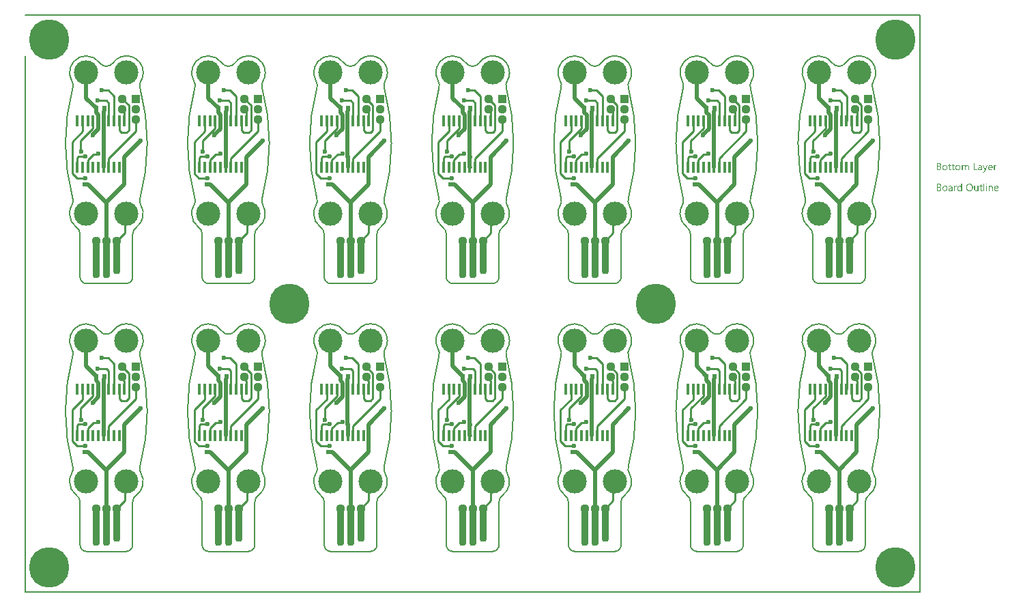
<source format=gbl>
G04*
G04 #@! TF.GenerationSoftware,Altium Limited,Altium Designer,21.9.2 (33)*
G04*
G04 Layer_Physical_Order=2*
G04 Layer_Color=16711680*
%FSAX25Y25*%
%MOIN*%
G70*
G04*
G04 #@! TF.SameCoordinates,F74DCD8C-1FE1-40F9-8AA5-51ABB7E45146*
G04*
G04*
G04 #@! TF.FilePolarity,Positive*
G04*
G01*
G75*
%ADD23C,0.01968*%
%ADD24C,0.00984*%
%ADD25C,0.00787*%
%ADD27C,0.19685*%
%ADD29C,0.04370*%
%ADD30R,0.04370X0.04370*%
%ADD31C,0.11811*%
%ADD32C,0.02362*%
G04:AMPARAMS|DCode=33|XSize=35.43mil|YSize=169.29mil|CornerRadius=13.82mil|HoleSize=0mil|Usage=FLASHONLY|Rotation=0.000|XOffset=0mil|YOffset=0mil|HoleType=Round|Shape=RoundedRectangle|*
%AMROUNDEDRECTD33*
21,1,0.03543,0.14165,0,0,0.0*
21,1,0.00780,0.16929,0,0,0.0*
1,1,0.02764,0.00390,-0.07083*
1,1,0.02764,-0.00390,-0.07083*
1,1,0.02764,-0.00390,0.07083*
1,1,0.02764,0.00390,0.07083*
%
%ADD33ROUNDEDRECTD33*%
G04:AMPARAMS|DCode=34|XSize=35.43mil|YSize=188.98mil|CornerRadius=13.82mil|HoleSize=0mil|Usage=FLASHONLY|Rotation=0.000|XOffset=0mil|YOffset=0mil|HoleType=Round|Shape=RoundedRectangle|*
%AMROUNDEDRECTD34*
21,1,0.03543,0.16134,0,0,0.0*
21,1,0.00780,0.18898,0,0,0.0*
1,1,0.02764,0.00390,-0.08067*
1,1,0.02764,-0.00390,-0.08067*
1,1,0.02764,-0.00390,0.08067*
1,1,0.02764,0.00390,0.08067*
%
%ADD34ROUNDEDRECTD34*%
%ADD35R,0.01575X0.05315*%
%ADD36R,0.01968X0.02165*%
%ADD37C,0.01181*%
G36*
X0440625Y0188686D02*
X0440681Y0188673D01*
X0440743Y0188661D01*
X0440811Y0188636D01*
X0440892Y0188605D01*
X0440966Y0188562D01*
X0441046Y0188513D01*
X0441121Y0188444D01*
X0441189Y0188358D01*
X0441251Y0188259D01*
X0441306Y0188147D01*
X0441343Y0188005D01*
X0441374Y0187850D01*
X0441381Y0187671D01*
Y0186123D01*
X0440978D01*
Y0187566D01*
Y0187572D01*
Y0187584D01*
Y0187603D01*
Y0187634D01*
X0440972Y0187708D01*
X0440960Y0187794D01*
X0440947Y0187894D01*
X0440923Y0187993D01*
X0440892Y0188085D01*
X0440848Y0188166D01*
X0440842Y0188172D01*
X0440824Y0188197D01*
X0440793Y0188228D01*
X0440743Y0188259D01*
X0440687Y0188296D01*
X0440613Y0188321D01*
X0440520Y0188346D01*
X0440415Y0188352D01*
X0440403D01*
X0440372Y0188346D01*
X0440322Y0188339D01*
X0440260Y0188321D01*
X0440192Y0188296D01*
X0440118Y0188253D01*
X0440044Y0188197D01*
X0439976Y0188116D01*
X0439969Y0188104D01*
X0439951Y0188073D01*
X0439920Y0188024D01*
X0439889Y0187955D01*
X0439852Y0187875D01*
X0439827Y0187782D01*
X0439802Y0187671D01*
X0439796Y0187553D01*
Y0186123D01*
X0439394D01*
Y0187615D01*
Y0187621D01*
Y0187646D01*
X0439387Y0187683D01*
Y0187733D01*
X0439375Y0187788D01*
X0439363Y0187850D01*
X0439344Y0187912D01*
X0439326Y0187986D01*
X0439295Y0188055D01*
X0439257Y0188116D01*
X0439208Y0188178D01*
X0439152Y0188234D01*
X0439090Y0188284D01*
X0439010Y0188321D01*
X0438923Y0188346D01*
X0438824Y0188352D01*
X0438812D01*
X0438781Y0188346D01*
X0438731Y0188339D01*
X0438669Y0188327D01*
X0438601Y0188296D01*
X0438527Y0188259D01*
X0438453Y0188203D01*
X0438385Y0188129D01*
X0438378Y0188116D01*
X0438360Y0188092D01*
X0438329Y0188042D01*
X0438298Y0187974D01*
X0438267Y0187894D01*
X0438236Y0187794D01*
X0438217Y0187683D01*
X0438211Y0187553D01*
Y0186123D01*
X0437809D01*
Y0188636D01*
X0438211D01*
Y0188234D01*
X0438224D01*
X0438230Y0188240D01*
X0438236Y0188253D01*
X0438255Y0188277D01*
X0438273Y0188308D01*
X0438335Y0188376D01*
X0438422Y0188463D01*
X0438533Y0188550D01*
X0438663Y0188618D01*
X0438744Y0188649D01*
X0438824Y0188673D01*
X0438911Y0188686D01*
X0439004Y0188692D01*
X0439047D01*
X0439096Y0188686D01*
X0439158Y0188673D01*
X0439226Y0188655D01*
X0439301Y0188630D01*
X0439375Y0188599D01*
X0439449Y0188550D01*
X0439456Y0188543D01*
X0439480Y0188525D01*
X0439511Y0188494D01*
X0439555Y0188451D01*
X0439598Y0188395D01*
X0439641Y0188333D01*
X0439685Y0188259D01*
X0439715Y0188172D01*
X0439722Y0188178D01*
X0439728Y0188197D01*
X0439747Y0188222D01*
X0439765Y0188253D01*
X0439796Y0188296D01*
X0439833Y0188339D01*
X0439877Y0188383D01*
X0439926Y0188432D01*
X0439982Y0188482D01*
X0440044Y0188525D01*
X0440112Y0188575D01*
X0440186Y0188612D01*
X0440266Y0188643D01*
X0440353Y0188667D01*
X0440452Y0188686D01*
X0440551Y0188692D01*
X0440588D01*
X0440625Y0188686D01*
D02*
G37*
G36*
X0454658Y0188673D02*
X0454732Y0188667D01*
X0454776Y0188655D01*
X0454807Y0188643D01*
Y0188228D01*
X0454801Y0188234D01*
X0454788Y0188240D01*
X0454763Y0188253D01*
X0454732Y0188271D01*
X0454689Y0188284D01*
X0454633Y0188296D01*
X0454571Y0188302D01*
X0454503Y0188308D01*
X0454491D01*
X0454460Y0188302D01*
X0454411Y0188296D01*
X0454355Y0188277D01*
X0454281Y0188246D01*
X0454213Y0188203D01*
X0454138Y0188141D01*
X0454070Y0188061D01*
X0454064Y0188048D01*
X0454045Y0188017D01*
X0454014Y0187962D01*
X0453983Y0187887D01*
X0453953Y0187794D01*
X0453922Y0187677D01*
X0453903Y0187547D01*
X0453897Y0187398D01*
Y0186123D01*
X0453494D01*
Y0188636D01*
X0453897D01*
Y0188116D01*
X0453909D01*
Y0188123D01*
X0453915Y0188129D01*
X0453928Y0188160D01*
X0453946Y0188209D01*
X0453977Y0188271D01*
X0454008Y0188333D01*
X0454058Y0188401D01*
X0454107Y0188469D01*
X0454169Y0188531D01*
X0454175Y0188537D01*
X0454200Y0188556D01*
X0454237Y0188581D01*
X0454287Y0188605D01*
X0454343Y0188630D01*
X0454411Y0188655D01*
X0454485Y0188673D01*
X0454565Y0188680D01*
X0454621D01*
X0454658Y0188673D01*
D02*
G37*
G36*
X0449279Y0185721D02*
X0449273Y0185715D01*
X0449267Y0185690D01*
X0449248Y0185647D01*
X0449223Y0185597D01*
X0449192Y0185541D01*
X0449149Y0185473D01*
X0449106Y0185405D01*
X0449056Y0185331D01*
X0448994Y0185257D01*
X0448932Y0185189D01*
X0448858Y0185120D01*
X0448778Y0185065D01*
X0448697Y0185015D01*
X0448604Y0184972D01*
X0448512Y0184947D01*
X0448406Y0184941D01*
X0448351D01*
X0448313Y0184947D01*
X0448233Y0184959D01*
X0448146Y0184978D01*
Y0185337D01*
X0448152D01*
X0448171Y0185331D01*
X0448196Y0185325D01*
X0448227Y0185319D01*
X0448301Y0185300D01*
X0448382Y0185294D01*
X0448394D01*
X0448431Y0185300D01*
X0448487Y0185312D01*
X0448555Y0185337D01*
X0448629Y0185380D01*
X0448666Y0185411D01*
X0448703Y0185449D01*
X0448740Y0185486D01*
X0448778Y0185535D01*
X0448809Y0185591D01*
X0448840Y0185653D01*
X0449044Y0186123D01*
X0448060Y0188636D01*
X0448505D01*
X0449186Y0186699D01*
Y0186693D01*
X0449192Y0186680D01*
X0449199Y0186662D01*
X0449205Y0186637D01*
X0449211Y0186600D01*
X0449223Y0186563D01*
X0449236Y0186507D01*
X0449254D01*
Y0186519D01*
X0449267Y0186556D01*
X0449279Y0186612D01*
X0449304Y0186693D01*
X0450016Y0188636D01*
X0450430D01*
X0449279Y0185721D01*
D02*
G37*
G36*
X0446871Y0188686D02*
X0446927Y0188680D01*
X0446995Y0188661D01*
X0447069Y0188643D01*
X0447150Y0188612D01*
X0447236Y0188575D01*
X0447317Y0188525D01*
X0447397Y0188463D01*
X0447472Y0188389D01*
X0447540Y0188296D01*
X0447595Y0188191D01*
X0447639Y0188067D01*
X0447663Y0187925D01*
X0447676Y0187757D01*
Y0186123D01*
X0447273D01*
Y0186513D01*
X0447261D01*
Y0186507D01*
X0447249Y0186495D01*
X0447236Y0186470D01*
X0447212Y0186445D01*
X0447150Y0186371D01*
X0447069Y0186290D01*
X0446958Y0186210D01*
X0446828Y0186136D01*
X0446747Y0186111D01*
X0446667Y0186086D01*
X0446580Y0186074D01*
X0446487Y0186067D01*
X0446450D01*
X0446425Y0186074D01*
X0446357Y0186080D01*
X0446277Y0186092D01*
X0446178Y0186117D01*
X0446085Y0186148D01*
X0445986Y0186197D01*
X0445899Y0186259D01*
X0445893Y0186272D01*
X0445868Y0186297D01*
X0445831Y0186340D01*
X0445794Y0186402D01*
X0445757Y0186476D01*
X0445720Y0186563D01*
X0445695Y0186668D01*
X0445689Y0186786D01*
Y0186792D01*
Y0186817D01*
X0445695Y0186854D01*
X0445701Y0186897D01*
X0445714Y0186953D01*
X0445732Y0187015D01*
X0445757Y0187083D01*
X0445794Y0187151D01*
X0445837Y0187225D01*
X0445893Y0187299D01*
X0445961Y0187367D01*
X0446042Y0187429D01*
X0446135Y0187491D01*
X0446246Y0187541D01*
X0446370Y0187578D01*
X0446518Y0187609D01*
X0447273Y0187714D01*
Y0187720D01*
Y0187739D01*
X0447267Y0187776D01*
Y0187813D01*
X0447255Y0187863D01*
X0447249Y0187918D01*
X0447212Y0188036D01*
X0447181Y0188092D01*
X0447150Y0188147D01*
X0447106Y0188203D01*
X0447057Y0188253D01*
X0446995Y0188296D01*
X0446927Y0188327D01*
X0446846Y0188346D01*
X0446754Y0188352D01*
X0446710D01*
X0446679Y0188346D01*
X0446636D01*
X0446593Y0188333D01*
X0446481Y0188314D01*
X0446357Y0188277D01*
X0446221Y0188222D01*
X0446147Y0188184D01*
X0446079Y0188147D01*
X0446005Y0188098D01*
X0445936Y0188042D01*
Y0188457D01*
X0445943D01*
X0445955Y0188469D01*
X0445974Y0188482D01*
X0446005Y0188494D01*
X0446035Y0188513D01*
X0446079Y0188531D01*
X0446128Y0188550D01*
X0446184Y0188575D01*
X0446308Y0188618D01*
X0446456Y0188655D01*
X0446617Y0188680D01*
X0446791Y0188692D01*
X0446828D01*
X0446871Y0188686D01*
D02*
G37*
G36*
X0443980Y0186495D02*
X0445392D01*
Y0186123D01*
X0443566D01*
Y0189639D01*
X0443980D01*
Y0186495D01*
D02*
G37*
G36*
X0426766Y0189633D02*
X0426809D01*
X0426853Y0189627D01*
X0426952Y0189614D01*
X0427069Y0189583D01*
X0427193Y0189546D01*
X0427311Y0189491D01*
X0427416Y0189416D01*
X0427422D01*
X0427428Y0189404D01*
X0427459Y0189379D01*
X0427503Y0189330D01*
X0427552Y0189262D01*
X0427596Y0189175D01*
X0427639Y0189076D01*
X0427670Y0188964D01*
X0427682Y0188902D01*
Y0188835D01*
Y0188828D01*
Y0188822D01*
Y0188785D01*
X0427676Y0188729D01*
X0427664Y0188661D01*
X0427645Y0188575D01*
X0427614Y0188488D01*
X0427577Y0188401D01*
X0427521Y0188314D01*
X0427515Y0188302D01*
X0427490Y0188277D01*
X0427453Y0188240D01*
X0427404Y0188191D01*
X0427342Y0188141D01*
X0427267Y0188085D01*
X0427175Y0188042D01*
X0427075Y0187999D01*
Y0187993D01*
X0427094D01*
X0427113Y0187986D01*
X0427131Y0187980D01*
X0427199Y0187968D01*
X0427280Y0187943D01*
X0427366Y0187906D01*
X0427459Y0187863D01*
X0427552Y0187801D01*
X0427639Y0187720D01*
X0427651Y0187708D01*
X0427676Y0187677D01*
X0427707Y0187634D01*
X0427750Y0187566D01*
X0427787Y0187479D01*
X0427824Y0187380D01*
X0427849Y0187262D01*
X0427855Y0187132D01*
Y0187126D01*
Y0187114D01*
Y0187089D01*
X0427849Y0187058D01*
X0427843Y0187021D01*
X0427837Y0186978D01*
X0427812Y0186872D01*
X0427775Y0186755D01*
X0427719Y0186631D01*
X0427682Y0186575D01*
X0427639Y0186513D01*
X0427583Y0186458D01*
X0427527Y0186402D01*
X0427521D01*
X0427515Y0186389D01*
X0427496Y0186377D01*
X0427472Y0186358D01*
X0427441Y0186340D01*
X0427397Y0186315D01*
X0427305Y0186266D01*
X0427187Y0186210D01*
X0427051Y0186167D01*
X0426890Y0186136D01*
X0426809Y0186129D01*
X0426717Y0186123D01*
X0425689D01*
Y0189639D01*
X0426735D01*
X0426766Y0189633D01*
D02*
G37*
G36*
X0433693Y0188636D02*
X0434330D01*
Y0188290D01*
X0433693D01*
Y0186872D01*
Y0186860D01*
Y0186829D01*
X0433699Y0186786D01*
X0433705Y0186730D01*
X0433730Y0186612D01*
X0433748Y0186556D01*
X0433779Y0186513D01*
X0433785Y0186507D01*
X0433798Y0186495D01*
X0433816Y0186482D01*
X0433847Y0186464D01*
X0433884Y0186439D01*
X0433934Y0186426D01*
X0433996Y0186414D01*
X0434064Y0186408D01*
X0434089D01*
X0434120Y0186414D01*
X0434157Y0186420D01*
X0434243Y0186445D01*
X0434287Y0186464D01*
X0434330Y0186488D01*
Y0186142D01*
X0434324D01*
X0434305Y0186129D01*
X0434274Y0186123D01*
X0434231Y0186111D01*
X0434175Y0186099D01*
X0434114Y0186086D01*
X0434039Y0186080D01*
X0433953Y0186074D01*
X0433922D01*
X0433891Y0186080D01*
X0433847Y0186086D01*
X0433798Y0186099D01*
X0433742Y0186111D01*
X0433686Y0186136D01*
X0433625Y0186167D01*
X0433563Y0186204D01*
X0433501Y0186253D01*
X0433445Y0186309D01*
X0433395Y0186383D01*
X0433352Y0186464D01*
X0433321Y0186563D01*
X0433296Y0186674D01*
X0433290Y0186804D01*
Y0188290D01*
X0432863D01*
Y0188636D01*
X0433290D01*
Y0189249D01*
X0433693Y0189379D01*
Y0188636D01*
D02*
G37*
G36*
X0431990D02*
X0432628D01*
Y0188290D01*
X0431990D01*
Y0186872D01*
Y0186860D01*
Y0186829D01*
X0431997Y0186786D01*
X0432003Y0186730D01*
X0432027Y0186612D01*
X0432046Y0186556D01*
X0432077Y0186513D01*
X0432083Y0186507D01*
X0432096Y0186495D01*
X0432114Y0186482D01*
X0432145Y0186464D01*
X0432182Y0186439D01*
X0432232Y0186426D01*
X0432294Y0186414D01*
X0432362Y0186408D01*
X0432386D01*
X0432417Y0186414D01*
X0432455Y0186420D01*
X0432541Y0186445D01*
X0432585Y0186464D01*
X0432628Y0186488D01*
Y0186142D01*
X0432622D01*
X0432603Y0186129D01*
X0432572Y0186123D01*
X0432529Y0186111D01*
X0432473Y0186099D01*
X0432411Y0186086D01*
X0432337Y0186080D01*
X0432250Y0186074D01*
X0432219D01*
X0432189Y0186080D01*
X0432145Y0186086D01*
X0432096Y0186099D01*
X0432040Y0186111D01*
X0431984Y0186136D01*
X0431922Y0186167D01*
X0431860Y0186204D01*
X0431799Y0186253D01*
X0431743Y0186309D01*
X0431693Y0186383D01*
X0431650Y0186464D01*
X0431619Y0186563D01*
X0431594Y0186674D01*
X0431588Y0186804D01*
Y0188290D01*
X0431161D01*
Y0188636D01*
X0431588D01*
Y0189249D01*
X0431990Y0189379D01*
Y0188636D01*
D02*
G37*
G36*
X0451935Y0188686D02*
X0451978Y0188680D01*
X0452021Y0188673D01*
X0452133Y0188655D01*
X0452256Y0188612D01*
X0452380Y0188556D01*
X0452442Y0188519D01*
X0452504Y0188475D01*
X0452560Y0188426D01*
X0452615Y0188370D01*
X0452622Y0188364D01*
X0452628Y0188358D01*
X0452640Y0188339D01*
X0452659Y0188314D01*
X0452677Y0188277D01*
X0452702Y0188240D01*
X0452727Y0188197D01*
X0452752Y0188141D01*
X0452776Y0188079D01*
X0452801Y0188017D01*
X0452826Y0187943D01*
X0452844Y0187863D01*
X0452863Y0187776D01*
X0452876Y0187689D01*
X0452888Y0187590D01*
Y0187485D01*
Y0187275D01*
X0451111D01*
Y0187268D01*
Y0187256D01*
Y0187237D01*
X0451118Y0187206D01*
X0451124Y0187169D01*
Y0187132D01*
X0451142Y0187033D01*
X0451173Y0186934D01*
X0451210Y0186823D01*
X0451266Y0186717D01*
X0451334Y0186625D01*
X0451346Y0186612D01*
X0451371Y0186588D01*
X0451421Y0186556D01*
X0451489Y0186513D01*
X0451576Y0186470D01*
X0451675Y0186439D01*
X0451792Y0186414D01*
X0451928Y0186402D01*
X0451972D01*
X0452003Y0186408D01*
X0452040D01*
X0452083Y0186414D01*
X0452188Y0186439D01*
X0452306Y0186470D01*
X0452436Y0186519D01*
X0452572Y0186588D01*
X0452640Y0186631D01*
X0452708Y0186680D01*
Y0186303D01*
X0452702D01*
X0452696Y0186290D01*
X0452677Y0186284D01*
X0452646Y0186266D01*
X0452615Y0186247D01*
X0452578Y0186229D01*
X0452529Y0186210D01*
X0452479Y0186185D01*
X0452417Y0186160D01*
X0452349Y0186142D01*
X0452201Y0186105D01*
X0452027Y0186080D01*
X0451835Y0186067D01*
X0451786D01*
X0451749Y0186074D01*
X0451706Y0186080D01*
X0451650Y0186086D01*
X0451532Y0186111D01*
X0451396Y0186148D01*
X0451260Y0186210D01*
X0451192Y0186253D01*
X0451124Y0186297D01*
X0451062Y0186346D01*
X0451000Y0186408D01*
X0450994Y0186414D01*
X0450987Y0186426D01*
X0450975Y0186445D01*
X0450950Y0186470D01*
X0450932Y0186507D01*
X0450907Y0186550D01*
X0450876Y0186600D01*
X0450851Y0186656D01*
X0450820Y0186717D01*
X0450796Y0186792D01*
X0450765Y0186872D01*
X0450746Y0186959D01*
X0450728Y0187052D01*
X0450709Y0187151D01*
X0450703Y0187256D01*
X0450697Y0187367D01*
Y0187374D01*
Y0187392D01*
Y0187423D01*
X0450703Y0187467D01*
X0450709Y0187516D01*
X0450715Y0187572D01*
X0450721Y0187640D01*
X0450740Y0187708D01*
X0450777Y0187856D01*
X0450833Y0188017D01*
X0450870Y0188098D01*
X0450919Y0188172D01*
X0450969Y0188253D01*
X0451025Y0188321D01*
X0451031Y0188327D01*
X0451043Y0188339D01*
X0451062Y0188358D01*
X0451087Y0188376D01*
X0451118Y0188407D01*
X0451155Y0188438D01*
X0451204Y0188469D01*
X0451254Y0188506D01*
X0451371Y0188575D01*
X0451514Y0188636D01*
X0451594Y0188655D01*
X0451675Y0188673D01*
X0451761Y0188686D01*
X0451854Y0188692D01*
X0451904D01*
X0451935Y0188686D01*
D02*
G37*
G36*
X0436070D02*
X0436113Y0188680D01*
X0436169Y0188673D01*
X0436292Y0188649D01*
X0436435Y0188605D01*
X0436577Y0188543D01*
X0436652Y0188506D01*
X0436720Y0188463D01*
X0436788Y0188407D01*
X0436849Y0188346D01*
X0436856Y0188339D01*
X0436862Y0188327D01*
X0436880Y0188308D01*
X0436899Y0188284D01*
X0436924Y0188246D01*
X0436949Y0188203D01*
X0436979Y0188154D01*
X0437010Y0188098D01*
X0437035Y0188030D01*
X0437066Y0187962D01*
X0437091Y0187881D01*
X0437116Y0187794D01*
X0437134Y0187702D01*
X0437153Y0187603D01*
X0437159Y0187497D01*
X0437165Y0187386D01*
Y0187380D01*
Y0187361D01*
Y0187330D01*
X0437159Y0187287D01*
X0437153Y0187237D01*
X0437147Y0187176D01*
X0437134Y0187114D01*
X0437122Y0187039D01*
X0437085Y0186891D01*
X0437023Y0186730D01*
X0436986Y0186649D01*
X0436936Y0186569D01*
X0436887Y0186495D01*
X0436825Y0186426D01*
X0436819Y0186420D01*
X0436806Y0186414D01*
X0436788Y0186396D01*
X0436763Y0186371D01*
X0436726Y0186346D01*
X0436689Y0186315D01*
X0436639Y0186278D01*
X0436583Y0186247D01*
X0436521Y0186216D01*
X0436453Y0186179D01*
X0436379Y0186148D01*
X0436299Y0186123D01*
X0436212Y0186099D01*
X0436119Y0186086D01*
X0436020Y0186074D01*
X0435915Y0186067D01*
X0435859D01*
X0435822Y0186074D01*
X0435779Y0186080D01*
X0435723Y0186086D01*
X0435661Y0186099D01*
X0435593Y0186111D01*
X0435451Y0186154D01*
X0435302Y0186216D01*
X0435228Y0186253D01*
X0435160Y0186303D01*
X0435092Y0186352D01*
X0435023Y0186414D01*
X0435017Y0186420D01*
X0435011Y0186433D01*
X0434993Y0186451D01*
X0434974Y0186476D01*
X0434949Y0186513D01*
X0434918Y0186556D01*
X0434887Y0186606D01*
X0434863Y0186662D01*
X0434832Y0186730D01*
X0434801Y0186798D01*
X0434770Y0186872D01*
X0434745Y0186959D01*
X0434708Y0187145D01*
X0434702Y0187244D01*
X0434695Y0187349D01*
Y0187355D01*
Y0187380D01*
Y0187411D01*
X0434702Y0187454D01*
X0434708Y0187504D01*
X0434714Y0187566D01*
X0434726Y0187634D01*
X0434739Y0187708D01*
X0434776Y0187869D01*
X0434838Y0188030D01*
X0434881Y0188110D01*
X0434924Y0188191D01*
X0434974Y0188265D01*
X0435036Y0188333D01*
X0435042Y0188339D01*
X0435054Y0188352D01*
X0435073Y0188364D01*
X0435098Y0188389D01*
X0435135Y0188414D01*
X0435178Y0188444D01*
X0435228Y0188482D01*
X0435284Y0188513D01*
X0435345Y0188543D01*
X0435420Y0188581D01*
X0435494Y0188612D01*
X0435581Y0188636D01*
X0435667Y0188661D01*
X0435766Y0188680D01*
X0435872Y0188686D01*
X0435977Y0188692D01*
X0436032D01*
X0436070Y0188686D01*
D02*
G37*
G36*
X0429719D02*
X0429762Y0188680D01*
X0429818Y0188673D01*
X0429942Y0188649D01*
X0430084Y0188605D01*
X0430226Y0188543D01*
X0430301Y0188506D01*
X0430369Y0188463D01*
X0430437Y0188407D01*
X0430499Y0188346D01*
X0430505Y0188339D01*
X0430511Y0188327D01*
X0430530Y0188308D01*
X0430548Y0188284D01*
X0430573Y0188246D01*
X0430598Y0188203D01*
X0430629Y0188154D01*
X0430659Y0188098D01*
X0430684Y0188030D01*
X0430715Y0187962D01*
X0430740Y0187881D01*
X0430765Y0187794D01*
X0430783Y0187702D01*
X0430802Y0187603D01*
X0430808Y0187497D01*
X0430814Y0187386D01*
Y0187380D01*
Y0187361D01*
Y0187330D01*
X0430808Y0187287D01*
X0430802Y0187237D01*
X0430796Y0187176D01*
X0430783Y0187114D01*
X0430771Y0187039D01*
X0430734Y0186891D01*
X0430672Y0186730D01*
X0430635Y0186649D01*
X0430585Y0186569D01*
X0430536Y0186495D01*
X0430474Y0186426D01*
X0430468Y0186420D01*
X0430455Y0186414D01*
X0430437Y0186396D01*
X0430412Y0186371D01*
X0430375Y0186346D01*
X0430338Y0186315D01*
X0430288Y0186278D01*
X0430232Y0186247D01*
X0430170Y0186216D01*
X0430102Y0186179D01*
X0430028Y0186148D01*
X0429948Y0186123D01*
X0429861Y0186099D01*
X0429768Y0186086D01*
X0429669Y0186074D01*
X0429564Y0186067D01*
X0429508D01*
X0429471Y0186074D01*
X0429428Y0186080D01*
X0429372Y0186086D01*
X0429310Y0186099D01*
X0429242Y0186111D01*
X0429100Y0186154D01*
X0428951Y0186216D01*
X0428877Y0186253D01*
X0428809Y0186303D01*
X0428741Y0186352D01*
X0428673Y0186414D01*
X0428666Y0186420D01*
X0428660Y0186433D01*
X0428642Y0186451D01*
X0428623Y0186476D01*
X0428598Y0186513D01*
X0428567Y0186556D01*
X0428536Y0186606D01*
X0428512Y0186662D01*
X0428481Y0186730D01*
X0428450Y0186798D01*
X0428419Y0186872D01*
X0428394Y0186959D01*
X0428357Y0187145D01*
X0428351Y0187244D01*
X0428344Y0187349D01*
Y0187355D01*
Y0187380D01*
Y0187411D01*
X0428351Y0187454D01*
X0428357Y0187504D01*
X0428363Y0187566D01*
X0428375Y0187634D01*
X0428388Y0187708D01*
X0428425Y0187869D01*
X0428487Y0188030D01*
X0428530Y0188110D01*
X0428574Y0188191D01*
X0428623Y0188265D01*
X0428685Y0188333D01*
X0428691Y0188339D01*
X0428703Y0188352D01*
X0428722Y0188364D01*
X0428747Y0188389D01*
X0428784Y0188414D01*
X0428827Y0188444D01*
X0428877Y0188482D01*
X0428933Y0188513D01*
X0428994Y0188543D01*
X0429069Y0188581D01*
X0429143Y0188612D01*
X0429230Y0188636D01*
X0429316Y0188661D01*
X0429415Y0188680D01*
X0429521Y0188686D01*
X0429626Y0188692D01*
X0429681D01*
X0429719Y0188686D01*
D02*
G37*
G36*
X0449898Y0179606D02*
X0449923D01*
X0449978Y0179581D01*
X0450009Y0179563D01*
X0450040Y0179538D01*
X0450047Y0179532D01*
X0450053Y0179525D01*
X0450084Y0179488D01*
X0450108Y0179427D01*
X0450115Y0179389D01*
X0450121Y0179352D01*
Y0179346D01*
Y0179334D01*
X0450115Y0179315D01*
X0450108Y0179290D01*
X0450090Y0179228D01*
X0450065Y0179198D01*
X0450040Y0179166D01*
X0450034D01*
X0450028Y0179154D01*
X0449991Y0179129D01*
X0449935Y0179105D01*
X0449898Y0179098D01*
X0449861Y0179092D01*
X0449842D01*
X0449824Y0179098D01*
X0449799D01*
X0449737Y0179123D01*
X0449706Y0179136D01*
X0449675Y0179160D01*
Y0179166D01*
X0449663Y0179173D01*
X0449650Y0179191D01*
X0449638Y0179210D01*
X0449613Y0179272D01*
X0449607Y0179309D01*
X0449601Y0179352D01*
Y0179358D01*
Y0179371D01*
X0449607Y0179389D01*
X0449613Y0179420D01*
X0449632Y0179476D01*
X0449650Y0179507D01*
X0449675Y0179538D01*
X0449681Y0179544D01*
X0449688Y0179550D01*
X0449725Y0179575D01*
X0449787Y0179600D01*
X0449824Y0179612D01*
X0449880D01*
X0449898Y0179606D01*
D02*
G37*
G36*
X0437908Y0175942D02*
X0437506D01*
Y0176363D01*
X0437493D01*
Y0176356D01*
X0437481Y0176344D01*
X0437462Y0176319D01*
X0437444Y0176288D01*
X0437413Y0176251D01*
X0437376Y0176214D01*
X0437332Y0176171D01*
X0437283Y0176127D01*
X0437227Y0176078D01*
X0437159Y0176034D01*
X0437091Y0175997D01*
X0437010Y0175960D01*
X0436930Y0175929D01*
X0436837Y0175904D01*
X0436738Y0175892D01*
X0436633Y0175886D01*
X0436590D01*
X0436552Y0175892D01*
X0436515Y0175898D01*
X0436466Y0175904D01*
X0436361Y0175929D01*
X0436237Y0175966D01*
X0436113Y0176028D01*
X0436045Y0176065D01*
X0435989Y0176109D01*
X0435927Y0176164D01*
X0435872Y0176220D01*
Y0176226D01*
X0435859Y0176239D01*
X0435847Y0176257D01*
X0435828Y0176282D01*
X0435810Y0176313D01*
X0435785Y0176356D01*
X0435760Y0176406D01*
X0435735Y0176462D01*
X0435704Y0176523D01*
X0435680Y0176592D01*
X0435655Y0176666D01*
X0435636Y0176746D01*
X0435618Y0176833D01*
X0435605Y0176932D01*
X0435599Y0177031D01*
X0435593Y0177136D01*
Y0177142D01*
Y0177161D01*
Y0177198D01*
X0435599Y0177241D01*
X0435605Y0177291D01*
X0435611Y0177353D01*
X0435618Y0177421D01*
X0435630Y0177495D01*
X0435667Y0177656D01*
X0435723Y0177823D01*
X0435760Y0177904D01*
X0435803Y0177984D01*
X0435847Y0178059D01*
X0435903Y0178133D01*
X0435909Y0178139D01*
X0435915Y0178151D01*
X0435933Y0178170D01*
X0435958Y0178195D01*
X0435989Y0178219D01*
X0436032Y0178250D01*
X0436076Y0178288D01*
X0436125Y0178325D01*
X0436249Y0178393D01*
X0436391Y0178455D01*
X0436472Y0178473D01*
X0436559Y0178492D01*
X0436645Y0178504D01*
X0436744Y0178510D01*
X0436794D01*
X0436831Y0178504D01*
X0436868Y0178498D01*
X0436918Y0178492D01*
X0437029Y0178461D01*
X0437153Y0178411D01*
X0437215Y0178380D01*
X0437277Y0178337D01*
X0437339Y0178294D01*
X0437394Y0178238D01*
X0437444Y0178176D01*
X0437493Y0178102D01*
X0437506D01*
Y0179662D01*
X0437908D01*
Y0175942D01*
D02*
G37*
G36*
X0452176Y0178504D02*
X0452250Y0178498D01*
X0452343Y0178479D01*
X0452442Y0178448D01*
X0452547Y0178399D01*
X0452653Y0178331D01*
X0452696Y0178294D01*
X0452739Y0178244D01*
X0452752Y0178232D01*
X0452776Y0178195D01*
X0452807Y0178133D01*
X0452851Y0178046D01*
X0452888Y0177941D01*
X0452925Y0177811D01*
X0452950Y0177656D01*
X0452956Y0177477D01*
Y0175942D01*
X0452554D01*
Y0177371D01*
Y0177378D01*
Y0177409D01*
X0452547Y0177446D01*
Y0177495D01*
X0452535Y0177557D01*
X0452523Y0177625D01*
X0452504Y0177699D01*
X0452479Y0177774D01*
X0452448Y0177848D01*
X0452411Y0177916D01*
X0452362Y0177984D01*
X0452306Y0178046D01*
X0452244Y0178096D01*
X0452164Y0178133D01*
X0452077Y0178164D01*
X0451972Y0178170D01*
X0451959D01*
X0451922Y0178164D01*
X0451866Y0178158D01*
X0451798Y0178139D01*
X0451718Y0178114D01*
X0451631Y0178071D01*
X0451551Y0178015D01*
X0451470Y0177941D01*
X0451464Y0177928D01*
X0451439Y0177904D01*
X0451408Y0177854D01*
X0451371Y0177786D01*
X0451334Y0177706D01*
X0451303Y0177607D01*
X0451278Y0177495D01*
X0451272Y0177371D01*
Y0175942D01*
X0450870D01*
Y0178455D01*
X0451272D01*
Y0178034D01*
X0451285D01*
X0451291Y0178040D01*
X0451297Y0178052D01*
X0451316Y0178077D01*
X0451340Y0178108D01*
X0451365Y0178145D01*
X0451402Y0178182D01*
X0451446Y0178226D01*
X0451495Y0178275D01*
X0451551Y0178319D01*
X0451613Y0178362D01*
X0451681Y0178399D01*
X0451755Y0178436D01*
X0451829Y0178467D01*
X0451916Y0178492D01*
X0452009Y0178504D01*
X0452108Y0178510D01*
X0452145D01*
X0452176Y0178504D01*
D02*
G37*
G36*
X0435178Y0178492D02*
X0435253Y0178486D01*
X0435296Y0178473D01*
X0435327Y0178461D01*
Y0178046D01*
X0435321Y0178052D01*
X0435308Y0178059D01*
X0435284Y0178071D01*
X0435253Y0178089D01*
X0435209Y0178102D01*
X0435153Y0178114D01*
X0435092Y0178120D01*
X0435023Y0178127D01*
X0435011D01*
X0434980Y0178120D01*
X0434931Y0178114D01*
X0434875Y0178096D01*
X0434801Y0178065D01*
X0434733Y0178021D01*
X0434658Y0177960D01*
X0434590Y0177879D01*
X0434584Y0177867D01*
X0434565Y0177836D01*
X0434535Y0177780D01*
X0434504Y0177706D01*
X0434473Y0177613D01*
X0434442Y0177495D01*
X0434423Y0177365D01*
X0434417Y0177217D01*
Y0175942D01*
X0434015D01*
Y0178455D01*
X0434417D01*
Y0177935D01*
X0434429D01*
Y0177941D01*
X0434435Y0177947D01*
X0434448Y0177978D01*
X0434466Y0178028D01*
X0434497Y0178089D01*
X0434528Y0178151D01*
X0434578Y0178219D01*
X0434627Y0178288D01*
X0434689Y0178349D01*
X0434695Y0178356D01*
X0434720Y0178374D01*
X0434757Y0178399D01*
X0434807Y0178424D01*
X0434863Y0178448D01*
X0434931Y0178473D01*
X0435005Y0178492D01*
X0435085Y0178498D01*
X0435141D01*
X0435178Y0178492D01*
D02*
G37*
G36*
X0445918Y0175942D02*
X0445515D01*
Y0176338D01*
X0445503D01*
Y0176331D01*
X0445491Y0176319D01*
X0445478Y0176294D01*
X0445454Y0176270D01*
X0445398Y0176195D01*
X0445311Y0176115D01*
X0445262Y0176072D01*
X0445206Y0176028D01*
X0445144Y0175991D01*
X0445070Y0175954D01*
X0444996Y0175929D01*
X0444915Y0175904D01*
X0444822Y0175892D01*
X0444729Y0175886D01*
X0444692D01*
X0444649Y0175892D01*
X0444587Y0175904D01*
X0444519Y0175917D01*
X0444445Y0175942D01*
X0444364Y0175972D01*
X0444284Y0176022D01*
X0444197Y0176078D01*
X0444117Y0176146D01*
X0444042Y0176233D01*
X0443974Y0176338D01*
X0443912Y0176455D01*
X0443869Y0176598D01*
X0443844Y0176765D01*
X0443832Y0176851D01*
Y0176951D01*
Y0178455D01*
X0444228D01*
Y0177012D01*
Y0177006D01*
Y0176981D01*
X0444234Y0176938D01*
X0444240Y0176889D01*
X0444247Y0176827D01*
X0444259Y0176765D01*
X0444277Y0176690D01*
X0444302Y0176616D01*
X0444339Y0176542D01*
X0444377Y0176474D01*
X0444426Y0176406D01*
X0444488Y0176344D01*
X0444556Y0176294D01*
X0444637Y0176257D01*
X0444736Y0176226D01*
X0444841Y0176220D01*
X0444853D01*
X0444890Y0176226D01*
X0444946Y0176233D01*
X0445008Y0176245D01*
X0445088Y0176276D01*
X0445169Y0176313D01*
X0445249Y0176363D01*
X0445324Y0176437D01*
X0445330Y0176449D01*
X0445355Y0176474D01*
X0445386Y0176523D01*
X0445423Y0176592D01*
X0445454Y0176672D01*
X0445485Y0176771D01*
X0445509Y0176882D01*
X0445515Y0177006D01*
Y0178455D01*
X0445918D01*
Y0175942D01*
D02*
G37*
G36*
X0450053D02*
X0449650D01*
Y0178455D01*
X0450053D01*
Y0175942D01*
D02*
G37*
G36*
X0448833D02*
X0448431D01*
Y0179662D01*
X0448833D01*
Y0175942D01*
D02*
G37*
G36*
X0432455Y0178504D02*
X0432510Y0178498D01*
X0432578Y0178479D01*
X0432653Y0178461D01*
X0432733Y0178430D01*
X0432820Y0178393D01*
X0432900Y0178343D01*
X0432981Y0178281D01*
X0433055Y0178207D01*
X0433123Y0178114D01*
X0433179Y0178009D01*
X0433222Y0177885D01*
X0433247Y0177743D01*
X0433259Y0177576D01*
Y0175942D01*
X0432857D01*
Y0176331D01*
X0432845D01*
Y0176325D01*
X0432832Y0176313D01*
X0432820Y0176288D01*
X0432795Y0176263D01*
X0432733Y0176189D01*
X0432653Y0176109D01*
X0432541Y0176028D01*
X0432411Y0175954D01*
X0432331Y0175929D01*
X0432250Y0175904D01*
X0432164Y0175892D01*
X0432071Y0175886D01*
X0432034D01*
X0432009Y0175892D01*
X0431941Y0175898D01*
X0431860Y0175911D01*
X0431761Y0175935D01*
X0431669Y0175966D01*
X0431569Y0176016D01*
X0431483Y0176078D01*
X0431477Y0176090D01*
X0431452Y0176115D01*
X0431415Y0176158D01*
X0431378Y0176220D01*
X0431340Y0176294D01*
X0431303Y0176381D01*
X0431279Y0176486D01*
X0431272Y0176604D01*
Y0176610D01*
Y0176635D01*
X0431279Y0176672D01*
X0431285Y0176715D01*
X0431297Y0176771D01*
X0431316Y0176833D01*
X0431340Y0176901D01*
X0431378Y0176969D01*
X0431421Y0177043D01*
X0431477Y0177118D01*
X0431545Y0177186D01*
X0431625Y0177248D01*
X0431718Y0177310D01*
X0431829Y0177359D01*
X0431953Y0177396D01*
X0432102Y0177427D01*
X0432857Y0177532D01*
Y0177539D01*
Y0177557D01*
X0432851Y0177594D01*
Y0177631D01*
X0432838Y0177681D01*
X0432832Y0177737D01*
X0432795Y0177854D01*
X0432764Y0177910D01*
X0432733Y0177966D01*
X0432690Y0178021D01*
X0432640Y0178071D01*
X0432578Y0178114D01*
X0432510Y0178145D01*
X0432430Y0178164D01*
X0432337Y0178170D01*
X0432294D01*
X0432263Y0178164D01*
X0432219D01*
X0432176Y0178151D01*
X0432065Y0178133D01*
X0431941Y0178096D01*
X0431805Y0178040D01*
X0431730Y0178003D01*
X0431662Y0177966D01*
X0431588Y0177916D01*
X0431520Y0177860D01*
Y0178275D01*
X0431526D01*
X0431538Y0178288D01*
X0431557Y0178300D01*
X0431588Y0178312D01*
X0431619Y0178331D01*
X0431662Y0178349D01*
X0431712Y0178368D01*
X0431768Y0178393D01*
X0431891Y0178436D01*
X0432040Y0178473D01*
X0432201Y0178498D01*
X0432374Y0178510D01*
X0432411D01*
X0432455Y0178504D01*
D02*
G37*
G36*
X0426766Y0179451D02*
X0426809D01*
X0426853Y0179445D01*
X0426952Y0179433D01*
X0427069Y0179402D01*
X0427193Y0179365D01*
X0427311Y0179309D01*
X0427416Y0179235D01*
X0427422D01*
X0427428Y0179222D01*
X0427459Y0179198D01*
X0427503Y0179148D01*
X0427552Y0179080D01*
X0427596Y0178993D01*
X0427639Y0178894D01*
X0427670Y0178783D01*
X0427682Y0178721D01*
Y0178653D01*
Y0178647D01*
Y0178640D01*
Y0178603D01*
X0427676Y0178548D01*
X0427664Y0178479D01*
X0427645Y0178393D01*
X0427614Y0178306D01*
X0427577Y0178219D01*
X0427521Y0178133D01*
X0427515Y0178120D01*
X0427490Y0178096D01*
X0427453Y0178059D01*
X0427404Y0178009D01*
X0427342Y0177960D01*
X0427267Y0177904D01*
X0427175Y0177860D01*
X0427075Y0177817D01*
Y0177811D01*
X0427094D01*
X0427113Y0177805D01*
X0427131Y0177798D01*
X0427199Y0177786D01*
X0427280Y0177761D01*
X0427366Y0177724D01*
X0427459Y0177681D01*
X0427552Y0177619D01*
X0427639Y0177539D01*
X0427651Y0177526D01*
X0427676Y0177495D01*
X0427707Y0177452D01*
X0427750Y0177384D01*
X0427787Y0177297D01*
X0427824Y0177198D01*
X0427849Y0177081D01*
X0427855Y0176951D01*
Y0176944D01*
Y0176932D01*
Y0176907D01*
X0427849Y0176876D01*
X0427843Y0176839D01*
X0427837Y0176796D01*
X0427812Y0176690D01*
X0427775Y0176573D01*
X0427719Y0176449D01*
X0427682Y0176393D01*
X0427639Y0176331D01*
X0427583Y0176276D01*
X0427527Y0176220D01*
X0427521D01*
X0427515Y0176208D01*
X0427496Y0176195D01*
X0427472Y0176177D01*
X0427441Y0176158D01*
X0427397Y0176133D01*
X0427305Y0176084D01*
X0427187Y0176028D01*
X0427051Y0175985D01*
X0426890Y0175954D01*
X0426809Y0175948D01*
X0426717Y0175942D01*
X0425689D01*
Y0179457D01*
X0426735D01*
X0426766Y0179451D01*
D02*
G37*
G36*
X0447261Y0178455D02*
X0447899D01*
Y0178108D01*
X0447261D01*
Y0176690D01*
Y0176678D01*
Y0176647D01*
X0447267Y0176604D01*
X0447273Y0176548D01*
X0447298Y0176430D01*
X0447317Y0176375D01*
X0447348Y0176331D01*
X0447354Y0176325D01*
X0447366Y0176313D01*
X0447385Y0176301D01*
X0447416Y0176282D01*
X0447453Y0176257D01*
X0447503Y0176245D01*
X0447564Y0176233D01*
X0447633Y0176226D01*
X0447657D01*
X0447688Y0176233D01*
X0447725Y0176239D01*
X0447812Y0176263D01*
X0447855Y0176282D01*
X0447899Y0176307D01*
Y0175960D01*
X0447893D01*
X0447874Y0175948D01*
X0447843Y0175942D01*
X0447800Y0175929D01*
X0447744Y0175917D01*
X0447682Y0175904D01*
X0447608Y0175898D01*
X0447521Y0175892D01*
X0447490D01*
X0447459Y0175898D01*
X0447416Y0175904D01*
X0447366Y0175917D01*
X0447311Y0175929D01*
X0447255Y0175954D01*
X0447193Y0175985D01*
X0447131Y0176022D01*
X0447069Y0176072D01*
X0447014Y0176127D01*
X0446964Y0176201D01*
X0446921Y0176282D01*
X0446890Y0176381D01*
X0446865Y0176493D01*
X0446859Y0176622D01*
Y0178108D01*
X0446432D01*
Y0178455D01*
X0446859D01*
Y0179068D01*
X0447261Y0179198D01*
Y0178455D01*
D02*
G37*
G36*
X0454788Y0178504D02*
X0454832Y0178498D01*
X0454875Y0178492D01*
X0454986Y0178473D01*
X0455110Y0178430D01*
X0455234Y0178374D01*
X0455296Y0178337D01*
X0455358Y0178294D01*
X0455413Y0178244D01*
X0455469Y0178189D01*
X0455475Y0178182D01*
X0455481Y0178176D01*
X0455494Y0178158D01*
X0455512Y0178133D01*
X0455531Y0178096D01*
X0455556Y0178059D01*
X0455581Y0178015D01*
X0455605Y0177960D01*
X0455630Y0177898D01*
X0455655Y0177836D01*
X0455680Y0177761D01*
X0455698Y0177681D01*
X0455717Y0177594D01*
X0455729Y0177508D01*
X0455741Y0177409D01*
Y0177303D01*
Y0177093D01*
X0453965D01*
Y0177087D01*
Y0177074D01*
Y0177056D01*
X0453971Y0177025D01*
X0453977Y0176988D01*
Y0176951D01*
X0453996Y0176851D01*
X0454027Y0176752D01*
X0454064Y0176641D01*
X0454120Y0176536D01*
X0454188Y0176443D01*
X0454200Y0176430D01*
X0454225Y0176406D01*
X0454274Y0176375D01*
X0454343Y0176331D01*
X0454429Y0176288D01*
X0454528Y0176257D01*
X0454646Y0176233D01*
X0454782Y0176220D01*
X0454825D01*
X0454856Y0176226D01*
X0454893D01*
X0454937Y0176233D01*
X0455042Y0176257D01*
X0455160Y0176288D01*
X0455290Y0176338D01*
X0455426Y0176406D01*
X0455494Y0176449D01*
X0455562Y0176499D01*
Y0176121D01*
X0455556D01*
X0455549Y0176109D01*
X0455531Y0176102D01*
X0455500Y0176084D01*
X0455469Y0176065D01*
X0455432Y0176047D01*
X0455382Y0176028D01*
X0455333Y0176003D01*
X0455271Y0175979D01*
X0455203Y0175960D01*
X0455054Y0175923D01*
X0454881Y0175898D01*
X0454689Y0175886D01*
X0454640D01*
X0454602Y0175892D01*
X0454559Y0175898D01*
X0454503Y0175904D01*
X0454386Y0175929D01*
X0454250Y0175966D01*
X0454113Y0176028D01*
X0454045Y0176072D01*
X0453977Y0176115D01*
X0453915Y0176164D01*
X0453854Y0176226D01*
X0453847Y0176233D01*
X0453841Y0176245D01*
X0453829Y0176263D01*
X0453804Y0176288D01*
X0453785Y0176325D01*
X0453761Y0176369D01*
X0453730Y0176418D01*
X0453705Y0176474D01*
X0453674Y0176536D01*
X0453649Y0176610D01*
X0453618Y0176690D01*
X0453600Y0176777D01*
X0453581Y0176870D01*
X0453562Y0176969D01*
X0453556Y0177074D01*
X0453550Y0177186D01*
Y0177192D01*
Y0177210D01*
Y0177241D01*
X0453556Y0177285D01*
X0453562Y0177334D01*
X0453569Y0177390D01*
X0453575Y0177458D01*
X0453593Y0177526D01*
X0453631Y0177675D01*
X0453686Y0177836D01*
X0453723Y0177916D01*
X0453773Y0177990D01*
X0453823Y0178071D01*
X0453878Y0178139D01*
X0453884Y0178145D01*
X0453897Y0178158D01*
X0453915Y0178176D01*
X0453940Y0178195D01*
X0453971Y0178226D01*
X0454008Y0178257D01*
X0454058Y0178288D01*
X0454107Y0178325D01*
X0454225Y0178393D01*
X0454367Y0178455D01*
X0454448Y0178473D01*
X0454528Y0178492D01*
X0454615Y0178504D01*
X0454708Y0178510D01*
X0454757D01*
X0454788Y0178504D01*
D02*
G37*
G36*
X0441746Y0179513D02*
X0441808Y0179507D01*
X0441882Y0179495D01*
X0441962Y0179476D01*
X0442049Y0179457D01*
X0442136Y0179433D01*
X0442235Y0179402D01*
X0442328Y0179358D01*
X0442427Y0179309D01*
X0442526Y0179253D01*
X0442619Y0179185D01*
X0442711Y0179111D01*
X0442798Y0179024D01*
X0442804Y0179018D01*
X0442817Y0178999D01*
X0442841Y0178975D01*
X0442866Y0178937D01*
X0442903Y0178888D01*
X0442941Y0178826D01*
X0442978Y0178758D01*
X0443021Y0178684D01*
X0443064Y0178591D01*
X0443101Y0178498D01*
X0443139Y0178393D01*
X0443176Y0178275D01*
X0443200Y0178158D01*
X0443225Y0178028D01*
X0443238Y0177885D01*
X0443244Y0177743D01*
Y0177730D01*
Y0177706D01*
Y0177662D01*
X0443238Y0177601D01*
X0443231Y0177526D01*
X0443219Y0177446D01*
X0443207Y0177353D01*
X0443188Y0177248D01*
X0443163Y0177142D01*
X0443132Y0177031D01*
X0443095Y0176920D01*
X0443052Y0176808D01*
X0442996Y0176690D01*
X0442934Y0176585D01*
X0442866Y0176480D01*
X0442786Y0176381D01*
X0442780Y0176375D01*
X0442767Y0176363D01*
X0442736Y0176338D01*
X0442705Y0176307D01*
X0442656Y0176263D01*
X0442600Y0176226D01*
X0442538Y0176177D01*
X0442464Y0176133D01*
X0442383Y0176090D01*
X0442290Y0176041D01*
X0442192Y0176003D01*
X0442080Y0175966D01*
X0441962Y0175929D01*
X0441839Y0175904D01*
X0441709Y0175892D01*
X0441566Y0175886D01*
X0441535D01*
X0441492Y0175892D01*
X0441442D01*
X0441381Y0175898D01*
X0441306Y0175911D01*
X0441226Y0175929D01*
X0441133Y0175948D01*
X0441040Y0175972D01*
X0440941Y0176003D01*
X0440842Y0176047D01*
X0440743Y0176090D01*
X0440644Y0176146D01*
X0440545Y0176214D01*
X0440452Y0176288D01*
X0440366Y0176375D01*
X0440359Y0176381D01*
X0440347Y0176400D01*
X0440322Y0176424D01*
X0440297Y0176462D01*
X0440260Y0176511D01*
X0440223Y0176573D01*
X0440186Y0176641D01*
X0440143Y0176722D01*
X0440099Y0176808D01*
X0440062Y0176901D01*
X0440025Y0177006D01*
X0439988Y0177124D01*
X0439963Y0177241D01*
X0439938Y0177371D01*
X0439926Y0177514D01*
X0439920Y0177656D01*
Y0177669D01*
Y0177693D01*
X0439926Y0177737D01*
Y0177798D01*
X0439932Y0177867D01*
X0439945Y0177953D01*
X0439957Y0178046D01*
X0439976Y0178145D01*
X0440000Y0178250D01*
X0440031Y0178362D01*
X0440068Y0178473D01*
X0440112Y0178585D01*
X0440167Y0178696D01*
X0440229Y0178807D01*
X0440297Y0178913D01*
X0440378Y0179012D01*
X0440384Y0179018D01*
X0440396Y0179036D01*
X0440427Y0179061D01*
X0440464Y0179092D01*
X0440508Y0179129D01*
X0440563Y0179173D01*
X0440632Y0179216D01*
X0440706Y0179266D01*
X0440793Y0179315D01*
X0440885Y0179358D01*
X0440984Y0179402D01*
X0441096Y0179439D01*
X0441220Y0179470D01*
X0441350Y0179501D01*
X0441486Y0179513D01*
X0441628Y0179519D01*
X0441696D01*
X0441746Y0179513D01*
D02*
G37*
G36*
X0429719Y0178504D02*
X0429762Y0178498D01*
X0429818Y0178492D01*
X0429942Y0178467D01*
X0430084Y0178424D01*
X0430226Y0178362D01*
X0430301Y0178325D01*
X0430369Y0178281D01*
X0430437Y0178226D01*
X0430499Y0178164D01*
X0430505Y0178158D01*
X0430511Y0178145D01*
X0430530Y0178127D01*
X0430548Y0178102D01*
X0430573Y0178065D01*
X0430598Y0178021D01*
X0430629Y0177972D01*
X0430659Y0177916D01*
X0430684Y0177848D01*
X0430715Y0177780D01*
X0430740Y0177699D01*
X0430765Y0177613D01*
X0430783Y0177520D01*
X0430802Y0177421D01*
X0430808Y0177316D01*
X0430814Y0177204D01*
Y0177198D01*
Y0177180D01*
Y0177149D01*
X0430808Y0177105D01*
X0430802Y0177056D01*
X0430796Y0176994D01*
X0430783Y0176932D01*
X0430771Y0176858D01*
X0430734Y0176709D01*
X0430672Y0176548D01*
X0430635Y0176468D01*
X0430585Y0176387D01*
X0430536Y0176313D01*
X0430474Y0176245D01*
X0430468Y0176239D01*
X0430455Y0176233D01*
X0430437Y0176214D01*
X0430412Y0176189D01*
X0430375Y0176164D01*
X0430338Y0176133D01*
X0430288Y0176096D01*
X0430232Y0176065D01*
X0430170Y0176034D01*
X0430102Y0175997D01*
X0430028Y0175966D01*
X0429948Y0175942D01*
X0429861Y0175917D01*
X0429768Y0175904D01*
X0429669Y0175892D01*
X0429564Y0175886D01*
X0429508D01*
X0429471Y0175892D01*
X0429428Y0175898D01*
X0429372Y0175904D01*
X0429310Y0175917D01*
X0429242Y0175929D01*
X0429100Y0175972D01*
X0428951Y0176034D01*
X0428877Y0176072D01*
X0428809Y0176121D01*
X0428741Y0176171D01*
X0428673Y0176233D01*
X0428666Y0176239D01*
X0428660Y0176251D01*
X0428642Y0176270D01*
X0428623Y0176294D01*
X0428598Y0176331D01*
X0428567Y0176375D01*
X0428536Y0176424D01*
X0428512Y0176480D01*
X0428481Y0176548D01*
X0428450Y0176616D01*
X0428419Y0176690D01*
X0428394Y0176777D01*
X0428357Y0176963D01*
X0428351Y0177062D01*
X0428344Y0177167D01*
Y0177173D01*
Y0177198D01*
Y0177229D01*
X0428351Y0177272D01*
X0428357Y0177322D01*
X0428363Y0177384D01*
X0428375Y0177452D01*
X0428388Y0177526D01*
X0428425Y0177687D01*
X0428487Y0177848D01*
X0428530Y0177928D01*
X0428574Y0178009D01*
X0428623Y0178083D01*
X0428685Y0178151D01*
X0428691Y0178158D01*
X0428703Y0178170D01*
X0428722Y0178182D01*
X0428747Y0178207D01*
X0428784Y0178232D01*
X0428827Y0178263D01*
X0428877Y0178300D01*
X0428933Y0178331D01*
X0428994Y0178362D01*
X0429069Y0178399D01*
X0429143Y0178430D01*
X0429230Y0178455D01*
X0429316Y0178479D01*
X0429415Y0178498D01*
X0429521Y0178504D01*
X0429626Y0178510D01*
X0429681D01*
X0429719Y0178504D01*
D02*
G37*
%LPC*%
G36*
X0447273Y0187392D02*
X0446667Y0187305D01*
X0446655D01*
X0446624Y0187299D01*
X0446574Y0187287D01*
X0446512Y0187275D01*
X0446444Y0187256D01*
X0446370Y0187231D01*
X0446308Y0187206D01*
X0446246Y0187169D01*
X0446240Y0187163D01*
X0446221Y0187151D01*
X0446203Y0187126D01*
X0446178Y0187089D01*
X0446147Y0187039D01*
X0446128Y0186978D01*
X0446110Y0186903D01*
X0446104Y0186817D01*
Y0186810D01*
Y0186786D01*
X0446110Y0186755D01*
X0446122Y0186711D01*
X0446135Y0186662D01*
X0446159Y0186612D01*
X0446190Y0186563D01*
X0446234Y0186513D01*
X0446240Y0186507D01*
X0446258Y0186495D01*
X0446289Y0186476D01*
X0446326Y0186458D01*
X0446376Y0186439D01*
X0446438Y0186420D01*
X0446506Y0186408D01*
X0446586Y0186402D01*
X0446599D01*
X0446636Y0186408D01*
X0446692Y0186414D01*
X0446760Y0186426D01*
X0446834Y0186451D01*
X0446921Y0186488D01*
X0447001Y0186544D01*
X0447075Y0186612D01*
X0447082Y0186625D01*
X0447106Y0186649D01*
X0447137Y0186693D01*
X0447175Y0186755D01*
X0447212Y0186835D01*
X0447243Y0186922D01*
X0447267Y0187027D01*
X0447273Y0187138D01*
Y0187392D01*
D02*
G37*
G36*
X0426574Y0189268D02*
X0426104D01*
Y0188129D01*
X0426580D01*
X0426642Y0188135D01*
X0426717Y0188147D01*
X0426803Y0188166D01*
X0426896Y0188197D01*
X0426976Y0188234D01*
X0427057Y0188290D01*
X0427063Y0188296D01*
X0427088Y0188321D01*
X0427119Y0188358D01*
X0427156Y0188414D01*
X0427187Y0188475D01*
X0427218Y0188556D01*
X0427243Y0188649D01*
X0427249Y0188754D01*
Y0188760D01*
Y0188779D01*
X0427243Y0188804D01*
X0427237Y0188835D01*
X0427212Y0188915D01*
X0427193Y0188964D01*
X0427162Y0189014D01*
X0427131Y0189057D01*
X0427082Y0189107D01*
X0427032Y0189150D01*
X0426964Y0189187D01*
X0426890Y0189218D01*
X0426797Y0189243D01*
X0426692Y0189262D01*
X0426574Y0189268D01*
D02*
G37*
G36*
Y0187757D02*
X0426104D01*
Y0186495D01*
X0426723D01*
X0426785Y0186501D01*
X0426871Y0186513D01*
X0426958Y0186538D01*
X0427051Y0186563D01*
X0427144Y0186606D01*
X0427224Y0186662D01*
X0427230Y0186668D01*
X0427255Y0186693D01*
X0427286Y0186730D01*
X0427323Y0186786D01*
X0427360Y0186854D01*
X0427391Y0186934D01*
X0427416Y0187033D01*
X0427422Y0187138D01*
Y0187145D01*
Y0187163D01*
X0427416Y0187194D01*
X0427410Y0187237D01*
X0427397Y0187281D01*
X0427379Y0187337D01*
X0427354Y0187392D01*
X0427317Y0187448D01*
X0427274Y0187504D01*
X0427218Y0187559D01*
X0427150Y0187615D01*
X0427063Y0187658D01*
X0426970Y0187702D01*
X0426853Y0187733D01*
X0426723Y0187751D01*
X0426574Y0187757D01*
D02*
G37*
G36*
X0451848Y0188352D02*
X0451798D01*
X0451749Y0188339D01*
X0451681Y0188327D01*
X0451607Y0188302D01*
X0451520Y0188265D01*
X0451439Y0188215D01*
X0451359Y0188147D01*
X0451353Y0188141D01*
X0451328Y0188110D01*
X0451297Y0188067D01*
X0451254Y0188005D01*
X0451210Y0187931D01*
X0451173Y0187838D01*
X0451142Y0187733D01*
X0451118Y0187615D01*
X0452473D01*
Y0187621D01*
Y0187634D01*
Y0187646D01*
Y0187671D01*
X0452467Y0187739D01*
X0452455Y0187813D01*
X0452430Y0187906D01*
X0452405Y0187993D01*
X0452362Y0188079D01*
X0452306Y0188160D01*
X0452300Y0188166D01*
X0452275Y0188191D01*
X0452238Y0188222D01*
X0452188Y0188259D01*
X0452120Y0188290D01*
X0452040Y0188321D01*
X0451953Y0188346D01*
X0451848Y0188352D01*
D02*
G37*
G36*
X0435946D02*
X0435909D01*
X0435884Y0188346D01*
X0435810Y0188339D01*
X0435723Y0188321D01*
X0435624Y0188290D01*
X0435519Y0188240D01*
X0435420Y0188172D01*
X0435370Y0188135D01*
X0435327Y0188085D01*
X0435314Y0188073D01*
X0435290Y0188036D01*
X0435259Y0187980D01*
X0435215Y0187900D01*
X0435172Y0187794D01*
X0435141Y0187671D01*
X0435116Y0187528D01*
X0435104Y0187361D01*
Y0187355D01*
Y0187343D01*
Y0187318D01*
X0435110Y0187287D01*
Y0187250D01*
X0435116Y0187206D01*
X0435135Y0187107D01*
X0435160Y0186996D01*
X0435203Y0186878D01*
X0435259Y0186761D01*
X0435333Y0186656D01*
X0435345Y0186643D01*
X0435376Y0186618D01*
X0435426Y0186575D01*
X0435494Y0186532D01*
X0435581Y0186482D01*
X0435686Y0186439D01*
X0435810Y0186414D01*
X0435946Y0186402D01*
X0435983D01*
X0436008Y0186408D01*
X0436082Y0186414D01*
X0436169Y0186433D01*
X0436262Y0186464D01*
X0436367Y0186507D01*
X0436460Y0186569D01*
X0436546Y0186649D01*
X0436552Y0186662D01*
X0436577Y0186699D01*
X0436614Y0186755D01*
X0436652Y0186835D01*
X0436689Y0186940D01*
X0436726Y0187064D01*
X0436751Y0187206D01*
X0436757Y0187374D01*
Y0187380D01*
Y0187392D01*
Y0187417D01*
Y0187454D01*
X0436751Y0187491D01*
X0436744Y0187535D01*
X0436732Y0187640D01*
X0436707Y0187757D01*
X0436670Y0187875D01*
X0436614Y0187993D01*
X0436546Y0188098D01*
X0436534Y0188110D01*
X0436509Y0188135D01*
X0436460Y0188178D01*
X0436391Y0188228D01*
X0436305Y0188271D01*
X0436206Y0188314D01*
X0436082Y0188339D01*
X0435946Y0188352D01*
D02*
G37*
G36*
X0429595D02*
X0429558D01*
X0429533Y0188346D01*
X0429459Y0188339D01*
X0429372Y0188321D01*
X0429273Y0188290D01*
X0429168Y0188240D01*
X0429069Y0188172D01*
X0429019Y0188135D01*
X0428976Y0188085D01*
X0428964Y0188073D01*
X0428939Y0188036D01*
X0428908Y0187980D01*
X0428864Y0187900D01*
X0428821Y0187794D01*
X0428790Y0187671D01*
X0428765Y0187528D01*
X0428753Y0187361D01*
Y0187355D01*
Y0187343D01*
Y0187318D01*
X0428759Y0187287D01*
Y0187250D01*
X0428765Y0187206D01*
X0428784Y0187107D01*
X0428809Y0186996D01*
X0428852Y0186878D01*
X0428908Y0186761D01*
X0428982Y0186656D01*
X0428994Y0186643D01*
X0429025Y0186618D01*
X0429075Y0186575D01*
X0429143Y0186532D01*
X0429230Y0186482D01*
X0429335Y0186439D01*
X0429459Y0186414D01*
X0429595Y0186402D01*
X0429632D01*
X0429657Y0186408D01*
X0429731Y0186414D01*
X0429818Y0186433D01*
X0429911Y0186464D01*
X0430016Y0186507D01*
X0430109Y0186569D01*
X0430195Y0186649D01*
X0430201Y0186662D01*
X0430226Y0186699D01*
X0430263Y0186755D01*
X0430301Y0186835D01*
X0430338Y0186940D01*
X0430375Y0187064D01*
X0430400Y0187206D01*
X0430406Y0187374D01*
Y0187380D01*
Y0187392D01*
Y0187417D01*
Y0187454D01*
X0430400Y0187491D01*
X0430393Y0187535D01*
X0430381Y0187640D01*
X0430356Y0187757D01*
X0430319Y0187875D01*
X0430263Y0187993D01*
X0430195Y0188098D01*
X0430183Y0188110D01*
X0430158Y0188135D01*
X0430109Y0188178D01*
X0430041Y0188228D01*
X0429954Y0188271D01*
X0429855Y0188314D01*
X0429731Y0188339D01*
X0429595Y0188352D01*
D02*
G37*
G36*
X0436794Y0178170D02*
X0436757D01*
X0436732Y0178164D01*
X0436664Y0178158D01*
X0436583Y0178139D01*
X0436490Y0178102D01*
X0436391Y0178052D01*
X0436299Y0177990D01*
X0436255Y0177947D01*
X0436212Y0177898D01*
X0436206Y0177885D01*
X0436181Y0177848D01*
X0436144Y0177786D01*
X0436107Y0177706D01*
X0436070Y0177601D01*
X0436032Y0177471D01*
X0436008Y0177322D01*
X0436001Y0177155D01*
Y0177149D01*
Y0177136D01*
Y0177111D01*
X0436008Y0177081D01*
Y0177050D01*
X0436014Y0177006D01*
X0436026Y0176907D01*
X0436051Y0176796D01*
X0436088Y0176684D01*
X0436138Y0176573D01*
X0436206Y0176468D01*
X0436218Y0176455D01*
X0436243Y0176430D01*
X0436286Y0176387D01*
X0436348Y0176344D01*
X0436429Y0176301D01*
X0436521Y0176257D01*
X0436627Y0176233D01*
X0436751Y0176220D01*
X0436782D01*
X0436806Y0176226D01*
X0436868Y0176233D01*
X0436942Y0176251D01*
X0437029Y0176282D01*
X0437122Y0176319D01*
X0437209Y0176381D01*
X0437295Y0176462D01*
X0437301Y0176474D01*
X0437326Y0176505D01*
X0437363Y0176560D01*
X0437400Y0176629D01*
X0437438Y0176715D01*
X0437475Y0176821D01*
X0437500Y0176944D01*
X0437506Y0177074D01*
Y0177446D01*
Y0177452D01*
Y0177458D01*
Y0177495D01*
X0437493Y0177551D01*
X0437481Y0177625D01*
X0437456Y0177706D01*
X0437419Y0177792D01*
X0437369Y0177879D01*
X0437301Y0177960D01*
X0437295Y0177966D01*
X0437264Y0177990D01*
X0437221Y0178028D01*
X0437165Y0178065D01*
X0437091Y0178102D01*
X0437004Y0178139D01*
X0436905Y0178164D01*
X0436794Y0178170D01*
D02*
G37*
G36*
X0432857Y0177210D02*
X0432250Y0177124D01*
X0432238D01*
X0432207Y0177118D01*
X0432158Y0177105D01*
X0432096Y0177093D01*
X0432027Y0177074D01*
X0431953Y0177050D01*
X0431891Y0177025D01*
X0431829Y0176988D01*
X0431823Y0176981D01*
X0431805Y0176969D01*
X0431786Y0176944D01*
X0431761Y0176907D01*
X0431730Y0176858D01*
X0431712Y0176796D01*
X0431693Y0176722D01*
X0431687Y0176635D01*
Y0176629D01*
Y0176604D01*
X0431693Y0176573D01*
X0431706Y0176530D01*
X0431718Y0176480D01*
X0431743Y0176430D01*
X0431774Y0176381D01*
X0431817Y0176331D01*
X0431823Y0176325D01*
X0431842Y0176313D01*
X0431873Y0176294D01*
X0431910Y0176276D01*
X0431959Y0176257D01*
X0432021Y0176239D01*
X0432089Y0176226D01*
X0432170Y0176220D01*
X0432182D01*
X0432219Y0176226D01*
X0432275Y0176233D01*
X0432343Y0176245D01*
X0432417Y0176270D01*
X0432504Y0176307D01*
X0432585Y0176363D01*
X0432659Y0176430D01*
X0432665Y0176443D01*
X0432690Y0176468D01*
X0432721Y0176511D01*
X0432758Y0176573D01*
X0432795Y0176653D01*
X0432826Y0176740D01*
X0432851Y0176845D01*
X0432857Y0176957D01*
Y0177210D01*
D02*
G37*
G36*
X0426574Y0179086D02*
X0426104D01*
Y0177947D01*
X0426580D01*
X0426642Y0177953D01*
X0426717Y0177966D01*
X0426803Y0177984D01*
X0426896Y0178015D01*
X0426976Y0178052D01*
X0427057Y0178108D01*
X0427063Y0178114D01*
X0427088Y0178139D01*
X0427119Y0178176D01*
X0427156Y0178232D01*
X0427187Y0178294D01*
X0427218Y0178374D01*
X0427243Y0178467D01*
X0427249Y0178572D01*
Y0178578D01*
Y0178597D01*
X0427243Y0178622D01*
X0427237Y0178653D01*
X0427212Y0178733D01*
X0427193Y0178783D01*
X0427162Y0178832D01*
X0427131Y0178876D01*
X0427082Y0178925D01*
X0427032Y0178969D01*
X0426964Y0179006D01*
X0426890Y0179036D01*
X0426797Y0179061D01*
X0426692Y0179080D01*
X0426574Y0179086D01*
D02*
G37*
G36*
Y0177576D02*
X0426104D01*
Y0176313D01*
X0426723D01*
X0426785Y0176319D01*
X0426871Y0176331D01*
X0426958Y0176356D01*
X0427051Y0176381D01*
X0427144Y0176424D01*
X0427224Y0176480D01*
X0427230Y0176486D01*
X0427255Y0176511D01*
X0427286Y0176548D01*
X0427323Y0176604D01*
X0427360Y0176672D01*
X0427391Y0176752D01*
X0427416Y0176851D01*
X0427422Y0176957D01*
Y0176963D01*
Y0176981D01*
X0427416Y0177012D01*
X0427410Y0177056D01*
X0427397Y0177099D01*
X0427379Y0177155D01*
X0427354Y0177210D01*
X0427317Y0177266D01*
X0427274Y0177322D01*
X0427218Y0177378D01*
X0427150Y0177433D01*
X0427063Y0177477D01*
X0426970Y0177520D01*
X0426853Y0177551D01*
X0426723Y0177569D01*
X0426574Y0177576D01*
D02*
G37*
G36*
X0454702Y0178170D02*
X0454652D01*
X0454602Y0178158D01*
X0454534Y0178145D01*
X0454460Y0178120D01*
X0454373Y0178083D01*
X0454293Y0178034D01*
X0454213Y0177966D01*
X0454206Y0177960D01*
X0454181Y0177928D01*
X0454151Y0177885D01*
X0454107Y0177823D01*
X0454064Y0177749D01*
X0454027Y0177656D01*
X0453996Y0177551D01*
X0453971Y0177433D01*
X0455327D01*
Y0177439D01*
Y0177452D01*
Y0177464D01*
Y0177489D01*
X0455321Y0177557D01*
X0455308Y0177631D01*
X0455283Y0177724D01*
X0455259Y0177811D01*
X0455215Y0177898D01*
X0455160Y0177978D01*
X0455153Y0177984D01*
X0455129Y0178009D01*
X0455091Y0178040D01*
X0455042Y0178077D01*
X0454974Y0178108D01*
X0454893Y0178139D01*
X0454807Y0178164D01*
X0454702Y0178170D01*
D02*
G37*
G36*
X0441597Y0179142D02*
X0441542D01*
X0441504Y0179136D01*
X0441455Y0179129D01*
X0441405Y0179123D01*
X0441343Y0179111D01*
X0441275Y0179092D01*
X0441133Y0179043D01*
X0441059Y0179012D01*
X0440978Y0178975D01*
X0440904Y0178925D01*
X0440830Y0178869D01*
X0440762Y0178807D01*
X0440694Y0178739D01*
X0440687Y0178733D01*
X0440681Y0178721D01*
X0440663Y0178696D01*
X0440638Y0178665D01*
X0440613Y0178628D01*
X0440588Y0178578D01*
X0440557Y0178523D01*
X0440526Y0178461D01*
X0440489Y0178387D01*
X0440458Y0178312D01*
X0440434Y0178226D01*
X0440409Y0178133D01*
X0440384Y0178034D01*
X0440366Y0177922D01*
X0440359Y0177811D01*
X0440353Y0177693D01*
Y0177687D01*
Y0177662D01*
Y0177631D01*
X0440359Y0177588D01*
X0440366Y0177532D01*
X0440372Y0177464D01*
X0440384Y0177396D01*
X0440396Y0177322D01*
X0440434Y0177155D01*
X0440495Y0176975D01*
X0440533Y0176889D01*
X0440576Y0176808D01*
X0440632Y0176722D01*
X0440687Y0176647D01*
X0440694Y0176641D01*
X0440706Y0176629D01*
X0440725Y0176610D01*
X0440749Y0176585D01*
X0440780Y0176554D01*
X0440824Y0176523D01*
X0440873Y0176486D01*
X0440923Y0176449D01*
X0440984Y0176412D01*
X0441052Y0176375D01*
X0441201Y0176313D01*
X0441288Y0176288D01*
X0441374Y0176270D01*
X0441467Y0176257D01*
X0441566Y0176251D01*
X0441622D01*
X0441665Y0176257D01*
X0441709Y0176263D01*
X0441771Y0176270D01*
X0441832Y0176282D01*
X0441901Y0176301D01*
X0442043Y0176344D01*
X0442123Y0176375D01*
X0442198Y0176412D01*
X0442272Y0176455D01*
X0442346Y0176505D01*
X0442414Y0176560D01*
X0442482Y0176629D01*
X0442489Y0176635D01*
X0442495Y0176647D01*
X0442513Y0176666D01*
X0442532Y0176697D01*
X0442563Y0176740D01*
X0442588Y0176783D01*
X0442619Y0176839D01*
X0442650Y0176901D01*
X0442681Y0176975D01*
X0442711Y0177056D01*
X0442742Y0177142D01*
X0442767Y0177235D01*
X0442786Y0177334D01*
X0442804Y0177446D01*
X0442810Y0177563D01*
X0442817Y0177687D01*
Y0177693D01*
Y0177718D01*
Y0177755D01*
X0442810Y0177798D01*
X0442804Y0177860D01*
X0442798Y0177928D01*
X0442792Y0178003D01*
X0442773Y0178083D01*
X0442736Y0178250D01*
X0442681Y0178430D01*
X0442643Y0178517D01*
X0442600Y0178603D01*
X0442544Y0178684D01*
X0442489Y0178758D01*
X0442482Y0178764D01*
X0442476Y0178777D01*
X0442458Y0178795D01*
X0442427Y0178820D01*
X0442396Y0178845D01*
X0442359Y0178882D01*
X0442309Y0178913D01*
X0442260Y0178950D01*
X0442198Y0178987D01*
X0442130Y0179018D01*
X0442055Y0179055D01*
X0441975Y0179080D01*
X0441888Y0179105D01*
X0441802Y0179123D01*
X0441703Y0179136D01*
X0441597Y0179142D01*
D02*
G37*
G36*
X0429595Y0178170D02*
X0429558D01*
X0429533Y0178164D01*
X0429459Y0178158D01*
X0429372Y0178139D01*
X0429273Y0178108D01*
X0429168Y0178059D01*
X0429069Y0177990D01*
X0429019Y0177953D01*
X0428976Y0177904D01*
X0428964Y0177891D01*
X0428939Y0177854D01*
X0428908Y0177798D01*
X0428864Y0177718D01*
X0428821Y0177613D01*
X0428790Y0177489D01*
X0428765Y0177347D01*
X0428753Y0177180D01*
Y0177173D01*
Y0177161D01*
Y0177136D01*
X0428759Y0177105D01*
Y0177068D01*
X0428765Y0177025D01*
X0428784Y0176926D01*
X0428809Y0176814D01*
X0428852Y0176697D01*
X0428908Y0176579D01*
X0428982Y0176474D01*
X0428994Y0176462D01*
X0429025Y0176437D01*
X0429075Y0176393D01*
X0429143Y0176350D01*
X0429230Y0176301D01*
X0429335Y0176257D01*
X0429459Y0176233D01*
X0429595Y0176220D01*
X0429632D01*
X0429657Y0176226D01*
X0429731Y0176233D01*
X0429818Y0176251D01*
X0429911Y0176282D01*
X0430016Y0176325D01*
X0430109Y0176387D01*
X0430195Y0176468D01*
X0430201Y0176480D01*
X0430226Y0176517D01*
X0430263Y0176573D01*
X0430301Y0176653D01*
X0430338Y0176759D01*
X0430375Y0176882D01*
X0430400Y0177025D01*
X0430406Y0177192D01*
Y0177198D01*
Y0177210D01*
Y0177235D01*
Y0177272D01*
X0430400Y0177310D01*
X0430393Y0177353D01*
X0430381Y0177458D01*
X0430356Y0177576D01*
X0430319Y0177693D01*
X0430263Y0177811D01*
X0430195Y0177916D01*
X0430183Y0177928D01*
X0430158Y0177953D01*
X0430109Y0177997D01*
X0430041Y0178046D01*
X0429954Y0178089D01*
X0429855Y0178133D01*
X0429731Y0178158D01*
X0429595Y0178170D01*
D02*
G37*
%LPD*%
D23*
X0028670Y0061818D02*
X0036562Y0069710D01*
X0028670Y0048394D02*
Y0061818D01*
X0020055Y0039779D02*
X0028670Y0048394D01*
X0014957Y0083412D02*
X0016039Y0082330D01*
Y0075441D02*
Y0082330D01*
X0014957Y0083412D02*
Y0085630D01*
X0018584Y0061750D02*
Y0084106D01*
X0010134Y0090453D02*
X0014957Y0085630D01*
X0010134Y0090453D02*
Y0102953D01*
X0018584Y0084106D02*
X0018894Y0084416D01*
Y0085630D01*
X0018615Y0061685D02*
X0018632Y0061702D01*
X0018615Y0056676D02*
Y0061685D01*
Y0056676D02*
X0018648Y0056644D01*
X0009314Y0048452D02*
X0011091D01*
X0020055Y0039488D01*
X0009248Y0048519D02*
X0009314Y0048452D01*
X0020055Y0039488D02*
Y0039779D01*
Y0020866D02*
Y0039488D01*
X0013212Y0072614D02*
X0016039Y0075441D01*
X0013212Y0072507D02*
Y0072614D01*
X0088304Y0061818D02*
X0096196Y0069710D01*
X0088304Y0048394D02*
Y0061818D01*
X0079689Y0039779D02*
X0088304Y0048394D01*
X0074590Y0083412D02*
X0075673Y0082330D01*
Y0075441D02*
Y0082330D01*
X0074590Y0083412D02*
Y0085630D01*
X0078218Y0061750D02*
Y0084106D01*
X0069768Y0090453D02*
X0074590Y0085630D01*
X0069768Y0090453D02*
Y0102953D01*
X0078218Y0084106D02*
X0078527Y0084416D01*
Y0085630D01*
X0078249Y0061685D02*
X0078266Y0061702D01*
X0078249Y0056676D02*
Y0061685D01*
Y0056676D02*
X0078281Y0056644D01*
X0068948Y0048452D02*
X0070725D01*
X0079689Y0039488D01*
X0068882Y0048519D02*
X0068948Y0048452D01*
X0079689Y0039488D02*
Y0039779D01*
Y0020866D02*
Y0039488D01*
X0072846Y0072614D02*
X0075673Y0075441D01*
X0072846Y0072507D02*
Y0072614D01*
X0147938Y0061818D02*
X0155830Y0069710D01*
X0147938Y0048394D02*
Y0061818D01*
X0139323Y0039779D02*
X0147938Y0048394D01*
X0134224Y0083412D02*
X0135307Y0082330D01*
Y0075441D02*
Y0082330D01*
X0134224Y0083412D02*
Y0085630D01*
X0137852Y0061750D02*
Y0084106D01*
X0129402Y0090453D02*
X0134224Y0085630D01*
X0129402Y0090453D02*
Y0102953D01*
X0137852Y0084106D02*
X0138161Y0084416D01*
Y0085630D01*
X0137883Y0061685D02*
X0137900Y0061702D01*
X0137883Y0056676D02*
Y0061685D01*
Y0056676D02*
X0137915Y0056644D01*
X0128582Y0048452D02*
X0130359D01*
X0139323Y0039488D01*
X0128516Y0048519D02*
X0128582Y0048452D01*
X0139323Y0039488D02*
Y0039779D01*
Y0020866D02*
Y0039488D01*
X0132480Y0072614D02*
X0135307Y0075441D01*
X0132480Y0072507D02*
Y0072614D01*
X0207572Y0061818D02*
X0215464Y0069710D01*
X0207572Y0048394D02*
Y0061818D01*
X0198957Y0039779D02*
X0207572Y0048394D01*
X0193858Y0083412D02*
X0194941Y0082330D01*
Y0075441D02*
Y0082330D01*
X0193858Y0083412D02*
Y0085630D01*
X0197485Y0061750D02*
Y0084106D01*
X0189035Y0090453D02*
X0193858Y0085630D01*
X0189035Y0090453D02*
Y0102953D01*
X0197485Y0084106D02*
X0197795Y0084416D01*
Y0085630D01*
X0197517Y0061685D02*
X0197534Y0061702D01*
X0197517Y0056676D02*
Y0061685D01*
Y0056676D02*
X0197549Y0056644D01*
X0188216Y0048452D02*
X0189992D01*
X0198957Y0039488D01*
X0188149Y0048519D02*
X0188216Y0048452D01*
X0198957Y0039488D02*
Y0039779D01*
Y0020866D02*
Y0039488D01*
X0192114Y0072614D02*
X0194941Y0075441D01*
X0192114Y0072507D02*
Y0072614D01*
X0267205Y0061818D02*
X0275097Y0069710D01*
X0267205Y0048394D02*
Y0061818D01*
X0258591Y0039779D02*
X0267205Y0048394D01*
X0253492Y0083412D02*
X0254575Y0082330D01*
Y0075441D02*
Y0082330D01*
X0253492Y0083412D02*
Y0085630D01*
X0257119Y0061750D02*
Y0084106D01*
X0248669Y0090453D02*
X0253492Y0085630D01*
X0248669Y0090453D02*
Y0102953D01*
X0257119Y0084106D02*
X0257429Y0084416D01*
Y0085630D01*
X0257151Y0061685D02*
X0257168Y0061702D01*
X0257151Y0056676D02*
Y0061685D01*
Y0056676D02*
X0257183Y0056644D01*
X0247850Y0048452D02*
X0249626D01*
X0258591Y0039488D01*
X0247783Y0048519D02*
X0247850Y0048452D01*
X0258591Y0039488D02*
Y0039779D01*
Y0020866D02*
Y0039488D01*
X0251747Y0072614D02*
X0254575Y0075441D01*
X0251747Y0072507D02*
Y0072614D01*
X0326839Y0061818D02*
X0334731Y0069710D01*
X0326839Y0048394D02*
Y0061818D01*
X0318224Y0039779D02*
X0326839Y0048394D01*
X0313126Y0083412D02*
X0314209Y0082330D01*
Y0075441D02*
Y0082330D01*
X0313126Y0083412D02*
Y0085630D01*
X0316753Y0061750D02*
Y0084106D01*
X0308303Y0090453D02*
X0313126Y0085630D01*
X0308303Y0090453D02*
Y0102953D01*
X0316753Y0084106D02*
X0317063Y0084416D01*
Y0085630D01*
X0316785Y0061685D02*
X0316802Y0061702D01*
X0316785Y0056676D02*
Y0061685D01*
Y0056676D02*
X0316817Y0056644D01*
X0307484Y0048452D02*
X0309260D01*
X0318224Y0039488D01*
X0307417Y0048519D02*
X0307484Y0048452D01*
X0318224Y0039488D02*
Y0039779D01*
Y0020866D02*
Y0039488D01*
X0311381Y0072614D02*
X0314209Y0075441D01*
X0311381Y0072507D02*
Y0072614D01*
X0386473Y0061818D02*
X0394365Y0069710D01*
X0386473Y0048394D02*
Y0061818D01*
X0377858Y0039779D02*
X0386473Y0048394D01*
X0372760Y0083412D02*
X0373842Y0082330D01*
Y0075441D02*
Y0082330D01*
X0372760Y0083412D02*
Y0085630D01*
X0376387Y0061750D02*
Y0084106D01*
X0367937Y0090453D02*
X0372760Y0085630D01*
X0367937Y0090453D02*
Y0102953D01*
X0376387Y0084106D02*
X0376697Y0084416D01*
Y0085630D01*
X0376418Y0061685D02*
X0376435Y0061702D01*
X0376418Y0056676D02*
Y0061685D01*
Y0056676D02*
X0376451Y0056644D01*
X0367117Y0048452D02*
X0368894D01*
X0377858Y0039488D01*
X0367051Y0048519D02*
X0367117Y0048452D01*
X0377858Y0039488D02*
Y0039779D01*
Y0020866D02*
Y0039488D01*
X0371015Y0072614D02*
X0373842Y0075441D01*
X0371015Y0072507D02*
Y0072614D01*
X0028670Y0192617D02*
X0036562Y0200510D01*
X0028670Y0179194D02*
Y0192617D01*
X0020055Y0170579D02*
X0028670Y0179194D01*
X0014957Y0214212D02*
X0016039Y0213129D01*
Y0206241D02*
Y0213129D01*
X0014957Y0214212D02*
Y0216429D01*
X0018584Y0192549D02*
Y0214905D01*
X0010134Y0221252D02*
X0014957Y0216429D01*
X0010134Y0221252D02*
Y0233752D01*
X0018584Y0214905D02*
X0018894Y0215215D01*
Y0216429D01*
X0018615Y0192484D02*
X0018632Y0192501D01*
X0018615Y0187475D02*
Y0192484D01*
Y0187475D02*
X0018648Y0187443D01*
X0009314Y0179252D02*
X0011091D01*
X0020055Y0170287D01*
X0009248Y0179318D02*
X0009314Y0179252D01*
X0020055Y0170287D02*
Y0170579D01*
Y0151665D02*
Y0170287D01*
X0013212Y0203413D02*
X0016039Y0206241D01*
X0013212Y0203307D02*
Y0203413D01*
X0088304Y0192617D02*
X0096196Y0200510D01*
X0088304Y0179194D02*
Y0192617D01*
X0079689Y0170579D02*
X0088304Y0179194D01*
X0074590Y0214212D02*
X0075673Y0213129D01*
Y0206241D02*
Y0213129D01*
X0074590Y0214212D02*
Y0216429D01*
X0078218Y0192549D02*
Y0214905D01*
X0069768Y0221252D02*
X0074590Y0216429D01*
X0069768Y0221252D02*
Y0233752D01*
X0078218Y0214905D02*
X0078527Y0215215D01*
Y0216429D01*
X0078249Y0192484D02*
X0078266Y0192501D01*
X0078249Y0187475D02*
Y0192484D01*
Y0187475D02*
X0078281Y0187443D01*
X0068948Y0179252D02*
X0070725D01*
X0079689Y0170287D01*
X0068882Y0179318D02*
X0068948Y0179252D01*
X0079689Y0170287D02*
Y0170579D01*
Y0151665D02*
Y0170287D01*
X0072846Y0203413D02*
X0075673Y0206241D01*
X0072846Y0203307D02*
Y0203413D01*
X0147938Y0192617D02*
X0155830Y0200510D01*
X0147938Y0179194D02*
Y0192617D01*
X0139323Y0170579D02*
X0147938Y0179194D01*
X0134224Y0214212D02*
X0135307Y0213129D01*
Y0206241D02*
Y0213129D01*
X0134224Y0214212D02*
Y0216429D01*
X0137852Y0192549D02*
Y0214905D01*
X0129402Y0221252D02*
X0134224Y0216429D01*
X0129402Y0221252D02*
Y0233752D01*
X0137852Y0214905D02*
X0138161Y0215215D01*
Y0216429D01*
X0137883Y0192484D02*
X0137900Y0192501D01*
X0137883Y0187475D02*
Y0192484D01*
Y0187475D02*
X0137915Y0187443D01*
X0128582Y0179252D02*
X0130359D01*
X0139323Y0170287D01*
X0128516Y0179318D02*
X0128582Y0179252D01*
X0139323Y0170287D02*
Y0170579D01*
Y0151665D02*
Y0170287D01*
X0132480Y0203413D02*
X0135307Y0206241D01*
X0132480Y0203307D02*
Y0203413D01*
X0207572Y0192617D02*
X0215464Y0200510D01*
X0207572Y0179194D02*
Y0192617D01*
X0198957Y0170579D02*
X0207572Y0179194D01*
X0193858Y0214212D02*
X0194941Y0213129D01*
Y0206241D02*
Y0213129D01*
X0193858Y0214212D02*
Y0216429D01*
X0197485Y0192549D02*
Y0214905D01*
X0189035Y0221252D02*
X0193858Y0216429D01*
X0189035Y0221252D02*
Y0233752D01*
X0197485Y0214905D02*
X0197795Y0215215D01*
Y0216429D01*
X0197517Y0192484D02*
X0197534Y0192501D01*
X0197517Y0187475D02*
Y0192484D01*
Y0187475D02*
X0197549Y0187443D01*
X0188216Y0179252D02*
X0189992D01*
X0198957Y0170287D01*
X0188149Y0179318D02*
X0188216Y0179252D01*
X0198957Y0170287D02*
Y0170579D01*
Y0151665D02*
Y0170287D01*
X0192114Y0203413D02*
X0194941Y0206241D01*
X0192114Y0203307D02*
Y0203413D01*
X0267205Y0192617D02*
X0275097Y0200510D01*
X0267205Y0179194D02*
Y0192617D01*
X0258591Y0170579D02*
X0267205Y0179194D01*
X0253492Y0214212D02*
X0254575Y0213129D01*
Y0206241D02*
Y0213129D01*
X0253492Y0214212D02*
Y0216429D01*
X0257119Y0192549D02*
Y0214905D01*
X0248669Y0221252D02*
X0253492Y0216429D01*
X0248669Y0221252D02*
Y0233752D01*
X0257119Y0214905D02*
X0257429Y0215215D01*
Y0216429D01*
X0257151Y0192484D02*
X0257168Y0192501D01*
X0257151Y0187475D02*
Y0192484D01*
Y0187475D02*
X0257183Y0187443D01*
X0247850Y0179252D02*
X0249626D01*
X0258591Y0170287D01*
X0247783Y0179318D02*
X0247850Y0179252D01*
X0258591Y0170287D02*
Y0170579D01*
Y0151665D02*
Y0170287D01*
X0251747Y0203413D02*
X0254575Y0206241D01*
X0251747Y0203307D02*
Y0203413D01*
X0326839Y0192617D02*
X0334731Y0200510D01*
X0326839Y0179194D02*
Y0192617D01*
X0318224Y0170579D02*
X0326839Y0179194D01*
X0313126Y0214212D02*
X0314209Y0213129D01*
Y0206241D02*
Y0213129D01*
X0313126Y0214212D02*
Y0216429D01*
X0316753Y0192549D02*
Y0214905D01*
X0308303Y0221252D02*
X0313126Y0216429D01*
X0308303Y0221252D02*
Y0233752D01*
X0316753Y0214905D02*
X0317063Y0215215D01*
Y0216429D01*
X0316785Y0192484D02*
X0316802Y0192501D01*
X0316785Y0187475D02*
Y0192484D01*
Y0187475D02*
X0316817Y0187443D01*
X0307484Y0179252D02*
X0309260D01*
X0318224Y0170287D01*
X0307417Y0179318D02*
X0307484Y0179252D01*
X0318224Y0170287D02*
Y0170579D01*
Y0151665D02*
Y0170287D01*
X0311381Y0203413D02*
X0314209Y0206241D01*
X0311381Y0203307D02*
Y0203413D01*
X0386473Y0192617D02*
X0394365Y0200510D01*
X0386473Y0179194D02*
Y0192617D01*
X0377858Y0170579D02*
X0386473Y0179194D01*
X0372760Y0214212D02*
X0373842Y0213129D01*
Y0206241D02*
Y0213129D01*
X0372760Y0214212D02*
Y0216429D01*
X0376387Y0192549D02*
Y0214905D01*
X0367937Y0221252D02*
X0372760Y0216429D01*
X0367937Y0221252D02*
Y0233752D01*
X0376387Y0214905D02*
X0376697Y0215215D01*
Y0216429D01*
X0376418Y0192484D02*
X0376435Y0192501D01*
X0376418Y0187475D02*
Y0192484D01*
Y0187475D02*
X0376451Y0187443D01*
X0367117Y0179252D02*
X0368894D01*
X0377858Y0170287D01*
X0367051Y0179318D02*
X0367117Y0179252D01*
X0377858Y0170287D02*
Y0170579D01*
Y0151665D02*
Y0170287D01*
X0371015Y0203413D02*
X0373842Y0206241D01*
X0371015Y0203307D02*
Y0203413D01*
D24*
X0015842Y0089231D02*
X0020095D01*
X0021158Y0079232D02*
Y0088169D01*
X0020095Y0089231D02*
X0021158Y0088169D01*
X0010921Y0060327D02*
X0013617Y0063023D01*
X0015663D02*
X0015926Y0063287D01*
X0013617Y0063023D02*
X0015663D01*
X0021158Y0061218D02*
X0034347Y0074407D01*
Y0080158D01*
X0021158Y0056595D02*
Y0061218D01*
X0028835Y0079232D02*
Y0083153D01*
X0027746Y0084241D02*
X0028835Y0083153D01*
X0005551Y0051461D02*
X0009683D01*
X0003240Y0053773D02*
X0005551Y0051461D01*
X0013395Y0078360D02*
X0013471Y0078436D01*
X0007353Y0069710D02*
X0013395Y0075753D01*
Y0078360D01*
X0007353Y0064532D02*
Y0069710D01*
X0008374Y0074241D02*
Y0079221D01*
X0003240Y0069107D02*
X0008374Y0074241D01*
X0007353Y0064532D02*
X0007553Y0064332D01*
X0010921Y0056595D02*
Y0060327D01*
X0006415Y0062166D02*
X0009685D01*
X0028918Y0033154D02*
X0029819Y0034055D01*
X0028918Y0024729D02*
Y0033154D01*
X0025055Y0020866D02*
X0028918Y0024729D01*
X0003240Y0053773D02*
Y0069107D01*
X0005803Y0061555D02*
X0006415Y0062166D01*
X0005803Y0056595D02*
Y0061555D01*
X0020861Y0094390D02*
X0023831Y0091420D01*
X0023717Y0079232D02*
X0023831Y0079346D01*
Y0091420D01*
X0027746Y0084241D02*
Y0085158D01*
X0029799Y0073662D02*
X0030908Y0074771D01*
X0030916Y0083845D02*
Y0086470D01*
X0030908Y0086478D02*
X0030916Y0086470D01*
X0027746Y0090158D02*
X0030908Y0086996D01*
Y0086478D02*
Y0086996D01*
Y0074771D02*
Y0083837D01*
X0030916Y0083845D01*
X0027273Y0073662D02*
X0029799D01*
X0026276Y0074659D02*
X0027273Y0073662D01*
X0026276Y0074659D02*
Y0079232D01*
X0017713Y0094390D02*
X0020861D01*
X0075475Y0089231D02*
X0079729D01*
X0080791Y0079232D02*
Y0088169D01*
X0079729Y0089231D02*
X0080791Y0088169D01*
X0070555Y0060327D02*
X0073251Y0063023D01*
X0075297D02*
X0075560Y0063287D01*
X0073251Y0063023D02*
X0075297D01*
X0080791Y0061218D02*
X0093980Y0074407D01*
Y0080158D01*
X0080791Y0056595D02*
Y0061218D01*
X0088468Y0079232D02*
Y0083153D01*
X0087380Y0084241D02*
X0088468Y0083153D01*
X0065185Y0051461D02*
X0069317D01*
X0062873Y0053773D02*
X0065185Y0051461D01*
X0073029Y0078360D02*
X0073105Y0078436D01*
X0066987Y0069710D02*
X0073029Y0075753D01*
Y0078360D01*
X0066987Y0064532D02*
Y0069710D01*
X0068008Y0074241D02*
Y0079221D01*
X0062873Y0069107D02*
X0068008Y0074241D01*
X0066987Y0064532D02*
X0067187Y0064332D01*
X0070555Y0056595D02*
Y0060327D01*
X0066049Y0062166D02*
X0069319D01*
X0088552Y0033154D02*
X0089453Y0034055D01*
X0088552Y0024729D02*
Y0033154D01*
X0084689Y0020866D02*
X0088552Y0024729D01*
X0062873Y0053773D02*
Y0069107D01*
X0065437Y0061555D02*
X0066049Y0062166D01*
X0065437Y0056595D02*
Y0061555D01*
X0080495Y0094390D02*
X0083464Y0091420D01*
X0083350Y0079232D02*
X0083464Y0079346D01*
Y0091420D01*
X0087380Y0084241D02*
Y0085158D01*
X0089433Y0073662D02*
X0090542Y0074771D01*
X0090550Y0083845D02*
Y0086470D01*
X0090542Y0086478D02*
X0090550Y0086470D01*
X0087380Y0090158D02*
X0090542Y0086996D01*
Y0086478D02*
Y0086996D01*
Y0074771D02*
Y0083837D01*
X0090550Y0083845D01*
X0086906Y0073662D02*
X0089433D01*
X0085909Y0074659D02*
X0086906Y0073662D01*
X0085909Y0074659D02*
Y0079232D01*
X0077346Y0094390D02*
X0080495D01*
X0135109Y0089231D02*
X0139363D01*
X0140425Y0079232D02*
Y0088169D01*
X0139363Y0089231D02*
X0140425Y0088169D01*
X0130189Y0060327D02*
X0132885Y0063023D01*
X0134931D02*
X0135194Y0063287D01*
X0132885Y0063023D02*
X0134931D01*
X0140425Y0061218D02*
X0153614Y0074407D01*
Y0080158D01*
X0140425Y0056595D02*
Y0061218D01*
X0148102Y0079232D02*
Y0083153D01*
X0147014Y0084241D02*
X0148102Y0083153D01*
X0124819Y0051461D02*
X0128951D01*
X0122507Y0053773D02*
X0124819Y0051461D01*
X0132663Y0078360D02*
X0132739Y0078436D01*
X0126620Y0069710D02*
X0132663Y0075753D01*
Y0078360D01*
X0126620Y0064532D02*
Y0069710D01*
X0127641Y0074241D02*
Y0079221D01*
X0122507Y0069107D02*
X0127641Y0074241D01*
X0126620Y0064532D02*
X0126821Y0064332D01*
X0130189Y0056595D02*
Y0060327D01*
X0125682Y0062166D02*
X0128953D01*
X0148185Y0033154D02*
X0149087Y0034055D01*
X0148185Y0024729D02*
Y0033154D01*
X0144323Y0020866D02*
X0148185Y0024729D01*
X0122507Y0053773D02*
Y0069107D01*
X0125071Y0061555D02*
X0125682Y0062166D01*
X0125071Y0056595D02*
Y0061555D01*
X0140129Y0094390D02*
X0143098Y0091420D01*
X0142984Y0079232D02*
X0143098Y0079346D01*
Y0091420D01*
X0147014Y0084241D02*
Y0085158D01*
X0149067Y0073662D02*
X0150176Y0074771D01*
X0150183Y0083845D02*
Y0086470D01*
X0150176Y0086478D02*
X0150183Y0086470D01*
X0147014Y0090158D02*
X0150176Y0086996D01*
Y0086478D02*
Y0086996D01*
Y0074771D02*
Y0083837D01*
X0150183Y0083845D01*
X0146540Y0073662D02*
X0149067D01*
X0145543Y0074659D02*
X0146540Y0073662D01*
X0145543Y0074659D02*
Y0079232D01*
X0136980Y0094390D02*
X0140129D01*
X0194743Y0089231D02*
X0198997D01*
X0200059Y0079232D02*
Y0088169D01*
X0198997Y0089231D02*
X0200059Y0088169D01*
X0189823Y0060327D02*
X0192519Y0063023D01*
X0194564D02*
X0194828Y0063287D01*
X0192519Y0063023D02*
X0194564D01*
X0200059Y0061218D02*
X0213248Y0074407D01*
Y0080158D01*
X0200059Y0056595D02*
Y0061218D01*
X0207736Y0079232D02*
Y0083153D01*
X0206648Y0084241D02*
X0207736Y0083153D01*
X0184452Y0051461D02*
X0188585D01*
X0182141Y0053773D02*
X0184452Y0051461D01*
X0192297Y0078360D02*
X0192373Y0078436D01*
X0186254Y0069710D02*
X0192297Y0075753D01*
Y0078360D01*
X0186254Y0064532D02*
Y0069710D01*
X0187275Y0074241D02*
Y0079221D01*
X0182141Y0069107D02*
X0187275Y0074241D01*
X0186254Y0064532D02*
X0186455Y0064332D01*
X0189823Y0056595D02*
Y0060327D01*
X0185316Y0062166D02*
X0188587D01*
X0207819Y0033154D02*
X0208720Y0034055D01*
X0207819Y0024729D02*
Y0033154D01*
X0203957Y0020866D02*
X0207819Y0024729D01*
X0182141Y0053773D02*
Y0069107D01*
X0184705Y0061555D02*
X0185316Y0062166D01*
X0184705Y0056595D02*
Y0061555D01*
X0199762Y0094390D02*
X0202732Y0091420D01*
X0202618Y0079232D02*
X0202732Y0079346D01*
Y0091420D01*
X0206648Y0084241D02*
Y0085158D01*
X0208701Y0073662D02*
X0209810Y0074771D01*
X0209817Y0083845D02*
Y0086470D01*
X0209810Y0086478D02*
X0209817Y0086470D01*
X0206648Y0090158D02*
X0209810Y0086996D01*
Y0086478D02*
Y0086996D01*
Y0074771D02*
Y0083837D01*
X0209817Y0083845D01*
X0206174Y0073662D02*
X0208701D01*
X0205177Y0074659D02*
X0206174Y0073662D01*
X0205177Y0074659D02*
Y0079232D01*
X0196614Y0094390D02*
X0199762D01*
X0254377Y0089231D02*
X0258631D01*
X0259693Y0079232D02*
Y0088169D01*
X0258631Y0089231D02*
X0259693Y0088169D01*
X0249457Y0060327D02*
X0252152Y0063023D01*
X0254198D02*
X0254462Y0063287D01*
X0252152Y0063023D02*
X0254198D01*
X0259693Y0061218D02*
X0272882Y0074407D01*
Y0080158D01*
X0259693Y0056595D02*
Y0061218D01*
X0267370Y0079232D02*
Y0083153D01*
X0266282Y0084241D02*
X0267370Y0083153D01*
X0244086Y0051461D02*
X0248218D01*
X0241775Y0053773D02*
X0244086Y0051461D01*
X0251931Y0078360D02*
X0252006Y0078436D01*
X0245888Y0069710D02*
X0251931Y0075753D01*
Y0078360D01*
X0245888Y0064532D02*
Y0069710D01*
X0246909Y0074241D02*
Y0079221D01*
X0241775Y0069107D02*
X0246909Y0074241D01*
X0245888Y0064532D02*
X0246088Y0064332D01*
X0249457Y0056595D02*
Y0060327D01*
X0244950Y0062166D02*
X0248220D01*
X0267453Y0033154D02*
X0268354Y0034055D01*
X0267453Y0024729D02*
Y0033154D01*
X0263591Y0020866D02*
X0267453Y0024729D01*
X0241775Y0053773D02*
Y0069107D01*
X0244338Y0061555D02*
X0244950Y0062166D01*
X0244338Y0056595D02*
Y0061555D01*
X0259396Y0094390D02*
X0262366Y0091420D01*
X0262252Y0079232D02*
X0262366Y0079346D01*
Y0091420D01*
X0266282Y0084241D02*
Y0085158D01*
X0268335Y0073662D02*
X0269444Y0074771D01*
X0269451Y0083845D02*
Y0086470D01*
X0269444Y0086478D02*
X0269451Y0086470D01*
X0266282Y0090158D02*
X0269444Y0086996D01*
Y0086478D02*
Y0086996D01*
Y0074771D02*
Y0083837D01*
X0269451Y0083845D01*
X0265808Y0073662D02*
X0268335D01*
X0264811Y0074659D02*
X0265808Y0073662D01*
X0264811Y0074659D02*
Y0079232D01*
X0256248Y0094390D02*
X0259396D01*
X0314011Y0089231D02*
X0318265D01*
X0319327Y0079232D02*
Y0088169D01*
X0318265Y0089231D02*
X0319327Y0088169D01*
X0309090Y0060327D02*
X0311786Y0063023D01*
X0313832D02*
X0314096Y0063287D01*
X0311786Y0063023D02*
X0313832D01*
X0319327Y0061218D02*
X0332516Y0074407D01*
Y0080158D01*
X0319327Y0056595D02*
Y0061218D01*
X0327004Y0079232D02*
Y0083153D01*
X0325916Y0084241D02*
X0327004Y0083153D01*
X0303720Y0051461D02*
X0307852D01*
X0301409Y0053773D02*
X0303720Y0051461D01*
X0311565Y0078360D02*
X0311640Y0078436D01*
X0305522Y0069710D02*
X0311565Y0075753D01*
Y0078360D01*
X0305522Y0064532D02*
Y0069710D01*
X0306543Y0074241D02*
Y0079221D01*
X0301409Y0069107D02*
X0306543Y0074241D01*
X0305522Y0064532D02*
X0305722Y0064332D01*
X0309090Y0056595D02*
Y0060327D01*
X0304584Y0062166D02*
X0307854D01*
X0327087Y0033154D02*
X0327988Y0034055D01*
X0327087Y0024729D02*
Y0033154D01*
X0323224Y0020866D02*
X0327087Y0024729D01*
X0301409Y0053773D02*
Y0069107D01*
X0303972Y0061555D02*
X0304584Y0062166D01*
X0303972Y0056595D02*
Y0061555D01*
X0319030Y0094390D02*
X0322000Y0091420D01*
X0321886Y0079232D02*
X0322000Y0079346D01*
Y0091420D01*
X0325916Y0084241D02*
Y0085158D01*
X0327968Y0073662D02*
X0329078Y0074771D01*
X0329085Y0083845D02*
Y0086470D01*
X0329078Y0086478D02*
X0329085Y0086470D01*
X0325916Y0090158D02*
X0329078Y0086996D01*
Y0086478D02*
Y0086996D01*
Y0074771D02*
Y0083837D01*
X0329085Y0083845D01*
X0325442Y0073662D02*
X0327968D01*
X0324445Y0074659D02*
X0325442Y0073662D01*
X0324445Y0074659D02*
Y0079232D01*
X0315882Y0094390D02*
X0319030D01*
X0373645Y0089231D02*
X0377898D01*
X0378960Y0079232D02*
Y0088169D01*
X0377898Y0089231D02*
X0378960Y0088169D01*
X0368724Y0060327D02*
X0371420Y0063023D01*
X0373466D02*
X0373729Y0063287D01*
X0371420Y0063023D02*
X0373466D01*
X0378960Y0061218D02*
X0392149Y0074407D01*
Y0080158D01*
X0378960Y0056595D02*
Y0061218D01*
X0386638Y0079232D02*
Y0083153D01*
X0385549Y0084241D02*
X0386638Y0083153D01*
X0363354Y0051461D02*
X0367486D01*
X0361043Y0053773D02*
X0363354Y0051461D01*
X0371198Y0078360D02*
X0371274Y0078436D01*
X0365156Y0069710D02*
X0371198Y0075753D01*
Y0078360D01*
X0365156Y0064532D02*
Y0069710D01*
X0366177Y0074241D02*
Y0079221D01*
X0361043Y0069107D02*
X0366177Y0074241D01*
X0365156Y0064532D02*
X0365356Y0064332D01*
X0368724Y0056595D02*
Y0060327D01*
X0364218Y0062166D02*
X0367488D01*
X0386721Y0033154D02*
X0387622Y0034055D01*
X0386721Y0024729D02*
Y0033154D01*
X0382858Y0020866D02*
X0386721Y0024729D01*
X0361043Y0053773D02*
Y0069107D01*
X0363606Y0061555D02*
X0364218Y0062166D01*
X0363606Y0056595D02*
Y0061555D01*
X0378664Y0094390D02*
X0381634Y0091420D01*
X0381520Y0079232D02*
X0381634Y0079346D01*
Y0091420D01*
X0385549Y0084241D02*
Y0085158D01*
X0387602Y0073662D02*
X0388712Y0074771D01*
X0388719Y0083845D02*
Y0086470D01*
X0388712Y0086478D02*
X0388719Y0086470D01*
X0385549Y0090158D02*
X0388712Y0086996D01*
Y0086478D02*
Y0086996D01*
Y0074771D02*
Y0083837D01*
X0388719Y0083845D01*
X0385076Y0073662D02*
X0387602D01*
X0384079Y0074659D02*
X0385076Y0073662D01*
X0384079Y0074659D02*
Y0079232D01*
X0375516Y0094390D02*
X0378664D01*
X0015842Y0220030D02*
X0020095D01*
X0021158Y0210032D02*
Y0218968D01*
X0020095Y0220030D02*
X0021158Y0218968D01*
X0010921Y0191126D02*
X0013617Y0193822D01*
X0015663D02*
X0015926Y0194086D01*
X0013617Y0193822D02*
X0015663D01*
X0021158Y0192017D02*
X0034347Y0205206D01*
Y0210957D01*
X0021158Y0187394D02*
Y0192017D01*
X0028835Y0210032D02*
Y0213952D01*
X0027746Y0215040D02*
X0028835Y0213952D01*
X0005551Y0182261D02*
X0009683D01*
X0003240Y0184572D02*
X0005551Y0182261D01*
X0013395Y0209159D02*
X0013471Y0209235D01*
X0007353Y0200510D02*
X0013395Y0206552D01*
Y0209159D01*
X0007353Y0195331D02*
Y0200510D01*
X0008374Y0205040D02*
Y0210020D01*
X0003240Y0199906D02*
X0008374Y0205040D01*
X0007353Y0195331D02*
X0007553Y0195131D01*
X0010921Y0187394D02*
Y0191126D01*
X0006415Y0192966D02*
X0009685D01*
X0028918Y0163953D02*
X0029819Y0164854D01*
X0028918Y0155528D02*
Y0163953D01*
X0025055Y0151665D02*
X0028918Y0155528D01*
X0003240Y0184572D02*
Y0199906D01*
X0005803Y0192354D02*
X0006415Y0192966D01*
X0005803Y0187394D02*
Y0192354D01*
X0020861Y0225189D02*
X0023831Y0222219D01*
X0023717Y0210032D02*
X0023831Y0210146D01*
Y0222219D01*
X0027746Y0215040D02*
Y0215957D01*
X0029799Y0204461D02*
X0030908Y0205570D01*
X0030916Y0214644D02*
Y0217269D01*
X0030908Y0217277D02*
X0030916Y0217269D01*
X0027746Y0220957D02*
X0030908Y0217795D01*
Y0217277D02*
Y0217795D01*
Y0205570D02*
Y0214637D01*
X0030916Y0214644D01*
X0027273Y0204461D02*
X0029799D01*
X0026276Y0205458D02*
X0027273Y0204461D01*
X0026276Y0205458D02*
Y0210032D01*
X0017713Y0225189D02*
X0020861D01*
X0075475Y0220030D02*
X0079729D01*
X0080791Y0210032D02*
Y0218968D01*
X0079729Y0220030D02*
X0080791Y0218968D01*
X0070555Y0191126D02*
X0073251Y0193822D01*
X0075297D02*
X0075560Y0194086D01*
X0073251Y0193822D02*
X0075297D01*
X0080791Y0192017D02*
X0093980Y0205206D01*
Y0210957D01*
X0080791Y0187394D02*
Y0192017D01*
X0088468Y0210032D02*
Y0213952D01*
X0087380Y0215040D02*
X0088468Y0213952D01*
X0065185Y0182261D02*
X0069317D01*
X0062873Y0184572D02*
X0065185Y0182261D01*
X0073029Y0209159D02*
X0073105Y0209235D01*
X0066987Y0200510D02*
X0073029Y0206552D01*
Y0209159D01*
X0066987Y0195331D02*
Y0200510D01*
X0068008Y0205040D02*
Y0210020D01*
X0062873Y0199906D02*
X0068008Y0205040D01*
X0066987Y0195331D02*
X0067187Y0195131D01*
X0070555Y0187394D02*
Y0191126D01*
X0066049Y0192966D02*
X0069319D01*
X0088552Y0163953D02*
X0089453Y0164854D01*
X0088552Y0155528D02*
Y0163953D01*
X0084689Y0151665D02*
X0088552Y0155528D01*
X0062873Y0184572D02*
Y0199906D01*
X0065437Y0192354D02*
X0066049Y0192966D01*
X0065437Y0187394D02*
Y0192354D01*
X0080495Y0225189D02*
X0083464Y0222219D01*
X0083350Y0210032D02*
X0083464Y0210146D01*
Y0222219D01*
X0087380Y0215040D02*
Y0215957D01*
X0089433Y0204461D02*
X0090542Y0205570D01*
X0090550Y0214644D02*
Y0217269D01*
X0090542Y0217277D02*
X0090550Y0217269D01*
X0087380Y0220957D02*
X0090542Y0217795D01*
Y0217277D02*
Y0217795D01*
Y0205570D02*
Y0214637D01*
X0090550Y0214644D01*
X0086906Y0204461D02*
X0089433D01*
X0085909Y0205458D02*
X0086906Y0204461D01*
X0085909Y0205458D02*
Y0210032D01*
X0077346Y0225189D02*
X0080495D01*
X0135109Y0220030D02*
X0139363D01*
X0140425Y0210032D02*
Y0218968D01*
X0139363Y0220030D02*
X0140425Y0218968D01*
X0130189Y0191126D02*
X0132885Y0193822D01*
X0134931D02*
X0135194Y0194086D01*
X0132885Y0193822D02*
X0134931D01*
X0140425Y0192017D02*
X0153614Y0205206D01*
Y0210957D01*
X0140425Y0187394D02*
Y0192017D01*
X0148102Y0210032D02*
Y0213952D01*
X0147014Y0215040D02*
X0148102Y0213952D01*
X0124819Y0182261D02*
X0128951D01*
X0122507Y0184572D02*
X0124819Y0182261D01*
X0132663Y0209159D02*
X0132739Y0209235D01*
X0126620Y0200510D02*
X0132663Y0206552D01*
Y0209159D01*
X0126620Y0195331D02*
Y0200510D01*
X0127641Y0205040D02*
Y0210020D01*
X0122507Y0199906D02*
X0127641Y0205040D01*
X0126620Y0195331D02*
X0126821Y0195131D01*
X0130189Y0187394D02*
Y0191126D01*
X0125682Y0192966D02*
X0128953D01*
X0148185Y0163953D02*
X0149087Y0164854D01*
X0148185Y0155528D02*
Y0163953D01*
X0144323Y0151665D02*
X0148185Y0155528D01*
X0122507Y0184572D02*
Y0199906D01*
X0125071Y0192354D02*
X0125682Y0192966D01*
X0125071Y0187394D02*
Y0192354D01*
X0140129Y0225189D02*
X0143098Y0222219D01*
X0142984Y0210032D02*
X0143098Y0210146D01*
Y0222219D01*
X0147014Y0215040D02*
Y0215957D01*
X0149067Y0204461D02*
X0150176Y0205570D01*
X0150183Y0214644D02*
Y0217269D01*
X0150176Y0217277D02*
X0150183Y0217269D01*
X0147014Y0220957D02*
X0150176Y0217795D01*
Y0217277D02*
Y0217795D01*
Y0205570D02*
Y0214637D01*
X0150183Y0214644D01*
X0146540Y0204461D02*
X0149067D01*
X0145543Y0205458D02*
X0146540Y0204461D01*
X0145543Y0205458D02*
Y0210032D01*
X0136980Y0225189D02*
X0140129D01*
X0194743Y0220030D02*
X0198997D01*
X0200059Y0210032D02*
Y0218968D01*
X0198997Y0220030D02*
X0200059Y0218968D01*
X0189823Y0191126D02*
X0192519Y0193822D01*
X0194564D02*
X0194828Y0194086D01*
X0192519Y0193822D02*
X0194564D01*
X0200059Y0192017D02*
X0213248Y0205206D01*
Y0210957D01*
X0200059Y0187394D02*
Y0192017D01*
X0207736Y0210032D02*
Y0213952D01*
X0206648Y0215040D02*
X0207736Y0213952D01*
X0184452Y0182261D02*
X0188585D01*
X0182141Y0184572D02*
X0184452Y0182261D01*
X0192297Y0209159D02*
X0192373Y0209235D01*
X0186254Y0200510D02*
X0192297Y0206552D01*
Y0209159D01*
X0186254Y0195331D02*
Y0200510D01*
X0187275Y0205040D02*
Y0210020D01*
X0182141Y0199906D02*
X0187275Y0205040D01*
X0186254Y0195331D02*
X0186455Y0195131D01*
X0189823Y0187394D02*
Y0191126D01*
X0185316Y0192966D02*
X0188587D01*
X0207819Y0163953D02*
X0208720Y0164854D01*
X0207819Y0155528D02*
Y0163953D01*
X0203957Y0151665D02*
X0207819Y0155528D01*
X0182141Y0184572D02*
Y0199906D01*
X0184705Y0192354D02*
X0185316Y0192966D01*
X0184705Y0187394D02*
Y0192354D01*
X0199762Y0225189D02*
X0202732Y0222219D01*
X0202618Y0210032D02*
X0202732Y0210146D01*
Y0222219D01*
X0206648Y0215040D02*
Y0215957D01*
X0208701Y0204461D02*
X0209810Y0205570D01*
X0209817Y0214644D02*
Y0217269D01*
X0209810Y0217277D02*
X0209817Y0217269D01*
X0206648Y0220957D02*
X0209810Y0217795D01*
Y0217277D02*
Y0217795D01*
Y0205570D02*
Y0214637D01*
X0209817Y0214644D01*
X0206174Y0204461D02*
X0208701D01*
X0205177Y0205458D02*
X0206174Y0204461D01*
X0205177Y0205458D02*
Y0210032D01*
X0196614Y0225189D02*
X0199762D01*
X0254377Y0220030D02*
X0258631D01*
X0259693Y0210032D02*
Y0218968D01*
X0258631Y0220030D02*
X0259693Y0218968D01*
X0249457Y0191126D02*
X0252152Y0193822D01*
X0254198D02*
X0254462Y0194086D01*
X0252152Y0193822D02*
X0254198D01*
X0259693Y0192017D02*
X0272882Y0205206D01*
Y0210957D01*
X0259693Y0187394D02*
Y0192017D01*
X0267370Y0210032D02*
Y0213952D01*
X0266282Y0215040D02*
X0267370Y0213952D01*
X0244086Y0182261D02*
X0248218D01*
X0241775Y0184572D02*
X0244086Y0182261D01*
X0251931Y0209159D02*
X0252006Y0209235D01*
X0245888Y0200510D02*
X0251931Y0206552D01*
Y0209159D01*
X0245888Y0195331D02*
Y0200510D01*
X0246909Y0205040D02*
Y0210020D01*
X0241775Y0199906D02*
X0246909Y0205040D01*
X0245888Y0195331D02*
X0246088Y0195131D01*
X0249457Y0187394D02*
Y0191126D01*
X0244950Y0192966D02*
X0248220D01*
X0267453Y0163953D02*
X0268354Y0164854D01*
X0267453Y0155528D02*
Y0163953D01*
X0263591Y0151665D02*
X0267453Y0155528D01*
X0241775Y0184572D02*
Y0199906D01*
X0244338Y0192354D02*
X0244950Y0192966D01*
X0244338Y0187394D02*
Y0192354D01*
X0259396Y0225189D02*
X0262366Y0222219D01*
X0262252Y0210032D02*
X0262366Y0210146D01*
Y0222219D01*
X0266282Y0215040D02*
Y0215957D01*
X0268335Y0204461D02*
X0269444Y0205570D01*
X0269451Y0214644D02*
Y0217269D01*
X0269444Y0217277D02*
X0269451Y0217269D01*
X0266282Y0220957D02*
X0269444Y0217795D01*
Y0217277D02*
Y0217795D01*
Y0205570D02*
Y0214637D01*
X0269451Y0214644D01*
X0265808Y0204461D02*
X0268335D01*
X0264811Y0205458D02*
X0265808Y0204461D01*
X0264811Y0205458D02*
Y0210032D01*
X0256248Y0225189D02*
X0259396D01*
X0314011Y0220030D02*
X0318265D01*
X0319327Y0210032D02*
Y0218968D01*
X0318265Y0220030D02*
X0319327Y0218968D01*
X0309090Y0191126D02*
X0311786Y0193822D01*
X0313832D02*
X0314096Y0194086D01*
X0311786Y0193822D02*
X0313832D01*
X0319327Y0192017D02*
X0332516Y0205206D01*
Y0210957D01*
X0319327Y0187394D02*
Y0192017D01*
X0327004Y0210032D02*
Y0213952D01*
X0325916Y0215040D02*
X0327004Y0213952D01*
X0303720Y0182261D02*
X0307852D01*
X0301409Y0184572D02*
X0303720Y0182261D01*
X0311565Y0209159D02*
X0311640Y0209235D01*
X0305522Y0200510D02*
X0311565Y0206552D01*
Y0209159D01*
X0305522Y0195331D02*
Y0200510D01*
X0306543Y0205040D02*
Y0210020D01*
X0301409Y0199906D02*
X0306543Y0205040D01*
X0305522Y0195331D02*
X0305722Y0195131D01*
X0309090Y0187394D02*
Y0191126D01*
X0304584Y0192966D02*
X0307854D01*
X0327087Y0163953D02*
X0327988Y0164854D01*
X0327087Y0155528D02*
Y0163953D01*
X0323224Y0151665D02*
X0327087Y0155528D01*
X0301409Y0184572D02*
Y0199906D01*
X0303972Y0192354D02*
X0304584Y0192966D01*
X0303972Y0187394D02*
Y0192354D01*
X0319030Y0225189D02*
X0322000Y0222219D01*
X0321886Y0210032D02*
X0322000Y0210146D01*
Y0222219D01*
X0325916Y0215040D02*
Y0215957D01*
X0327968Y0204461D02*
X0329078Y0205570D01*
X0329085Y0214644D02*
Y0217269D01*
X0329078Y0217277D02*
X0329085Y0217269D01*
X0325916Y0220957D02*
X0329078Y0217795D01*
Y0217277D02*
Y0217795D01*
Y0205570D02*
Y0214637D01*
X0329085Y0214644D01*
X0325442Y0204461D02*
X0327968D01*
X0324445Y0205458D02*
X0325442Y0204461D01*
X0324445Y0205458D02*
Y0210032D01*
X0315882Y0225189D02*
X0319030D01*
X0373645Y0220030D02*
X0377898D01*
X0378960Y0210032D02*
Y0218968D01*
X0377898Y0220030D02*
X0378960Y0218968D01*
X0368724Y0191126D02*
X0371420Y0193822D01*
X0373466D02*
X0373729Y0194086D01*
X0371420Y0193822D02*
X0373466D01*
X0378960Y0192017D02*
X0392149Y0205206D01*
Y0210957D01*
X0378960Y0187394D02*
Y0192017D01*
X0386638Y0210032D02*
Y0213952D01*
X0385549Y0215040D02*
X0386638Y0213952D01*
X0363354Y0182261D02*
X0367486D01*
X0361043Y0184572D02*
X0363354Y0182261D01*
X0371198Y0209159D02*
X0371274Y0209235D01*
X0365156Y0200510D02*
X0371198Y0206552D01*
Y0209159D01*
X0365156Y0195331D02*
Y0200510D01*
X0366177Y0205040D02*
Y0210020D01*
X0361043Y0199906D02*
X0366177Y0205040D01*
X0365156Y0195331D02*
X0365356Y0195131D01*
X0368724Y0187394D02*
Y0191126D01*
X0364218Y0192966D02*
X0367488D01*
X0386721Y0163953D02*
X0387622Y0164854D01*
X0386721Y0155528D02*
Y0163953D01*
X0382858Y0151665D02*
X0386721Y0155528D01*
X0361043Y0184572D02*
Y0199906D01*
X0363606Y0192354D02*
X0364218Y0192966D01*
X0363606Y0187394D02*
Y0192354D01*
X0378664Y0225189D02*
X0381634Y0222219D01*
X0381520Y0210032D02*
X0381634Y0210146D01*
Y0222219D01*
X0385549Y0215040D02*
Y0215957D01*
X0387602Y0204461D02*
X0388712Y0205570D01*
X0388719Y0214644D02*
Y0217269D01*
X0388712Y0217277D02*
X0388719Y0217269D01*
X0385549Y0220957D02*
X0388712Y0217795D01*
Y0217277D02*
Y0217795D01*
Y0205570D02*
Y0214637D01*
X0388719Y0214644D01*
X0385076Y0204461D02*
X0387602D01*
X0384079Y0205458D02*
X0385076Y0204461D01*
X0384079Y0205458D02*
Y0210032D01*
X0375516Y0225189D02*
X0378664D01*
D25*
X0417323Y-0019685D02*
Y0261811D01*
X-0019685D02*
X0417323D01*
X-0019685Y-0019685D02*
X0417323D01*
X-0019685D02*
Y0242000D01*
X0016893Y0107527D02*
G03*
X0010186Y0111114I-0006759J-0004575D01*
G01*
X0037980Y0102953D02*
G03*
X0023058Y0107519I-0008159J0000002D01*
G01*
X0016893Y0107527D02*
G03*
X0023058Y0107519I0003086J0002445D01*
G01*
X0006849Y0110424D02*
G03*
X0003144Y0098740I0003285J-0007471D01*
G01*
X0010134Y0111114D02*
G03*
X0006849Y0110424I0000000J-0008166D01*
G01*
X0036809Y0098738D02*
G03*
X0037980Y0102835I-0006990J0004215D01*
G01*
X0003575Y0095689D02*
G03*
X0003144Y0098740I-0003803J0001018D01*
G01*
X0036809Y0098738D02*
G03*
X0036377Y0095687I0003371J-0002033D01*
G01*
X0003141Y0038284D02*
G03*
X0003571Y0041332I-0003373J0002031D01*
G01*
X0036376Y0041316D02*
G03*
X0036808Y0038266I0003803J-0001017D01*
G01*
X0003141Y0038284D02*
G03*
X0001969Y0034070I0007007J-0004219D01*
G01*
X0003575Y0095689D02*
G03*
X0003571Y0041332I0101575J-0027185D01*
G01*
X0036376Y0041316D02*
G03*
X0036377Y0095687I-0101653J0027186D01*
G01*
X0034642Y0027468D02*
G03*
X0036808Y0038266I-0004822J0006584D01*
G01*
X0001969Y0034055D02*
G03*
X0005311Y0027468I0008179J0000009D01*
G01*
X0034642Y0027468D02*
G03*
X0032850Y0024169I0002137J-0003296D01*
G01*
X0007102D02*
G03*
X0005311Y0027468I-0003929J0000003D01*
G01*
X0007102Y0003150D02*
G03*
X0010252Y0000000I0003145J-0000004D01*
G01*
X0029701D02*
G03*
X0032850Y0003150I0000004J0003145D01*
G01*
X0010134Y0111114D02*
X0010186D01*
X0037980Y0102835D02*
Y0102953D01*
X0032850Y0003150D02*
Y0024169D01*
X0007102Y0003150D02*
Y0024169D01*
X0010252Y0000000D02*
X0029701D01*
X0076527Y0107527D02*
G03*
X0069820Y0111114I-0006759J-0004575D01*
G01*
X0097614Y0102953D02*
G03*
X0082692Y0107519I-0008159J0000002D01*
G01*
X0076527Y0107527D02*
G03*
X0082692Y0107519I0003086J0002445D01*
G01*
X0066483Y0110424D02*
G03*
X0062778Y0098740I0003285J-0007471D01*
G01*
X0069768Y0111114D02*
G03*
X0066483Y0110424I0000000J-0008166D01*
G01*
X0096442Y0098738D02*
G03*
X0097614Y0102835I-0006990J0004215D01*
G01*
X0063209Y0095689D02*
G03*
X0062778Y0098740I-0003803J0001018D01*
G01*
X0096442Y0098738D02*
G03*
X0096010Y0095687I0003371J-0002033D01*
G01*
X0062775Y0038284D02*
G03*
X0063205Y0041332I-0003373J0002031D01*
G01*
X0096010Y0041316D02*
G03*
X0096442Y0038266I0003803J-0001017D01*
G01*
X0062775Y0038284D02*
G03*
X0061602Y0034070I0007007J-0004219D01*
G01*
X0063209Y0095689D02*
G03*
X0063205Y0041332I0101575J-0027185D01*
G01*
X0096010Y0041316D02*
G03*
X0096010Y0095687I-0101653J0027186D01*
G01*
X0094276Y0027468D02*
G03*
X0096442Y0038266I-0004822J0006584D01*
G01*
X0061602Y0034055D02*
G03*
X0064945Y0027468I0008179J0000009D01*
G01*
X0094276Y0027468D02*
G03*
X0092484Y0024169I0002137J-0003296D01*
G01*
X0066736D02*
G03*
X0064945Y0027468I-0003929J0000003D01*
G01*
X0066736Y0003150D02*
G03*
X0069886Y0000000I0003145J-0000004D01*
G01*
X0089335D02*
G03*
X0092484Y0003150I0000004J0003145D01*
G01*
X0069768Y0111114D02*
X0069820D01*
X0097614Y0102835D02*
Y0102953D01*
X0092484Y0003150D02*
Y0024169D01*
X0066736Y0003150D02*
Y0024169D01*
X0069886Y0000000D02*
X0089335D01*
X0136160Y0107527D02*
G03*
X0129454Y0111114I-0006759J-0004575D01*
G01*
X0157248Y0102953D02*
G03*
X0142325Y0107519I-0008159J0000002D01*
G01*
X0136160Y0107527D02*
G03*
X0142325Y0107519I0003086J0002445D01*
G01*
X0126116Y0110424D02*
G03*
X0122412Y0098740I0003285J-0007471D01*
G01*
X0129402Y0111114D02*
G03*
X0126116Y0110424I0000000J-0008166D01*
G01*
X0156076Y0098738D02*
G03*
X0157248Y0102835I-0006990J0004215D01*
G01*
X0122843Y0095689D02*
G03*
X0122412Y0098740I-0003803J0001018D01*
G01*
X0156076Y0098738D02*
G03*
X0155644Y0095687I0003371J-0002033D01*
G01*
X0122408Y0038284D02*
G03*
X0122839Y0041332I-0003373J0002031D01*
G01*
X0155644Y0041316D02*
G03*
X0156076Y0038266I0003803J-0001017D01*
G01*
X0122408Y0038284D02*
G03*
X0121236Y0034070I0007007J-0004219D01*
G01*
X0122843Y0095689D02*
G03*
X0122839Y0041332I0101575J-0027185D01*
G01*
X0155644Y0041316D02*
G03*
X0155644Y0095687I-0101653J0027186D01*
G01*
X0153909Y0027468D02*
G03*
X0156076Y0038266I-0004822J0006584D01*
G01*
X0121236Y0034055D02*
G03*
X0124579Y0027468I0008179J0000009D01*
G01*
X0153909Y0027468D02*
G03*
X0152118Y0024169I0002137J-0003296D01*
G01*
X0126370D02*
G03*
X0124579Y0027468I-0003929J0000003D01*
G01*
X0126370Y0003150D02*
G03*
X0129520Y0000000I0003145J-0000004D01*
G01*
X0148969D02*
G03*
X0152118Y0003150I0000004J0003145D01*
G01*
X0129402Y0111114D02*
X0129454D01*
X0157248Y0102835D02*
Y0102953D01*
X0152118Y0003150D02*
Y0024169D01*
X0126370Y0003150D02*
Y0024169D01*
X0129520Y0000000D02*
X0148969D01*
X0195794Y0107527D02*
G03*
X0189088Y0111114I-0006759J-0004575D01*
G01*
X0216882Y0102953D02*
G03*
X0201959Y0107519I-0008159J0000002D01*
G01*
X0195794Y0107527D02*
G03*
X0201959Y0107519I0003086J0002445D01*
G01*
X0185750Y0110424D02*
G03*
X0182045Y0098740I0003285J-0007471D01*
G01*
X0189035Y0111114D02*
G03*
X0185750Y0110424I0000000J-0008166D01*
G01*
X0215710Y0098738D02*
G03*
X0216882Y0102835I-0006990J0004215D01*
G01*
X0182477Y0095689D02*
G03*
X0182045Y0098740I-0003803J0001018D01*
G01*
X0215710Y0098738D02*
G03*
X0215278Y0095687I0003371J-0002033D01*
G01*
X0182042Y0038284D02*
G03*
X0182473Y0041332I-0003373J0002031D01*
G01*
X0215278Y0041316D02*
G03*
X0215710Y0038266I0003803J-0001017D01*
G01*
X0182042Y0038284D02*
G03*
X0180870Y0034070I0007007J-0004219D01*
G01*
X0182477Y0095689D02*
G03*
X0182473Y0041332I0101575J-0027185D01*
G01*
X0215278Y0041316D02*
G03*
X0215278Y0095687I-0101653J0027186D01*
G01*
X0213543Y0027468D02*
G03*
X0215710Y0038266I-0004822J0006584D01*
G01*
X0180870Y0034055D02*
G03*
X0184213Y0027468I0008179J0000009D01*
G01*
X0213543Y0027468D02*
G03*
X0211752Y0024169I0002137J-0003296D01*
G01*
X0186004D02*
G03*
X0184213Y0027468I-0003929J0000003D01*
G01*
X0186004Y0003150D02*
G03*
X0189154Y0000000I0003145J-0000004D01*
G01*
X0208602D02*
G03*
X0211752Y0003150I0000004J0003145D01*
G01*
X0189035Y0111114D02*
X0189088D01*
X0216882Y0102835D02*
Y0102953D01*
X0211752Y0003150D02*
Y0024169D01*
X0186004Y0003150D02*
Y0024169D01*
X0189154Y0000000D02*
X0208602D01*
X0255428Y0107527D02*
G03*
X0248722Y0111114I-0006759J-0004575D01*
G01*
X0276516Y0102953D02*
G03*
X0261593Y0107519I-0008159J0000002D01*
G01*
X0255428Y0107527D02*
G03*
X0261593Y0107519I0003086J0002445D01*
G01*
X0245384Y0110424D02*
G03*
X0241679Y0098740I0003285J-0007471D01*
G01*
X0248669Y0111114D02*
G03*
X0245384Y0110424I0000000J-0008166D01*
G01*
X0275344Y0098738D02*
G03*
X0276516Y0102835I-0006990J0004215D01*
G01*
X0242110Y0095689D02*
G03*
X0241679Y0098740I-0003803J0001018D01*
G01*
X0275344Y0098738D02*
G03*
X0274912Y0095687I0003371J-0002033D01*
G01*
X0241676Y0038284D02*
G03*
X0242107Y0041332I-0003373J0002031D01*
G01*
X0274912Y0041316D02*
G03*
X0275343Y0038266I0003803J-0001017D01*
G01*
X0241676Y0038284D02*
G03*
X0240504Y0034070I0007007J-0004219D01*
G01*
X0242110Y0095689D02*
G03*
X0242107Y0041332I0101575J-0027185D01*
G01*
X0274912Y0041316D02*
G03*
X0274912Y0095687I-0101653J0027186D01*
G01*
X0273177Y0027468D02*
G03*
X0275343Y0038266I-0004822J0006584D01*
G01*
X0240504Y0034055D02*
G03*
X0243846Y0027468I0008179J0000009D01*
G01*
X0273177Y0027468D02*
G03*
X0271386Y0024169I0002137J-0003296D01*
G01*
X0245638D02*
G03*
X0243846Y0027468I-0003929J0000003D01*
G01*
X0245638Y0003150D02*
G03*
X0248787Y0000000I0003145J-0000004D01*
G01*
X0268236D02*
G03*
X0271386Y0003150I0000004J0003145D01*
G01*
X0248669Y0111114D02*
X0248722D01*
X0276516Y0102835D02*
Y0102953D01*
X0271386Y0003150D02*
Y0024169D01*
X0245638Y0003150D02*
Y0024169D01*
X0248787Y0000000D02*
X0268236D01*
X0315062Y0107527D02*
G03*
X0308355Y0111114I-0006759J-0004575D01*
G01*
X0336150Y0102953D02*
G03*
X0321227Y0107519I-0008159J0000002D01*
G01*
X0315062Y0107527D02*
G03*
X0321227Y0107519I0003086J0002445D01*
G01*
X0305018Y0110424D02*
G03*
X0301313Y0098740I0003285J-0007471D01*
G01*
X0308303Y0111114D02*
G03*
X0305018Y0110424I0000000J-0008166D01*
G01*
X0334978Y0098738D02*
G03*
X0336150Y0102835I-0006990J0004215D01*
G01*
X0301744Y0095689D02*
G03*
X0301313Y0098740I-0003803J0001018D01*
G01*
X0334978Y0098738D02*
G03*
X0334546Y0095687I0003371J-0002033D01*
G01*
X0301310Y0038284D02*
G03*
X0301741Y0041332I-0003373J0002031D01*
G01*
X0334545Y0041316D02*
G03*
X0334977Y0038266I0003803J-0001017D01*
G01*
X0301310Y0038284D02*
G03*
X0300138Y0034070I0007007J-0004219D01*
G01*
X0301744Y0095689D02*
G03*
X0301741Y0041332I0101575J-0027185D01*
G01*
X0334545Y0041316D02*
G03*
X0334546Y0095687I-0101653J0027186D01*
G01*
X0332811Y0027468D02*
G03*
X0334977Y0038266I-0004822J0006584D01*
G01*
X0300138Y0034055D02*
G03*
X0303480Y0027468I0008179J0000009D01*
G01*
X0332811Y0027468D02*
G03*
X0331020Y0024169I0002137J-0003296D01*
G01*
X0305272D02*
G03*
X0303480Y0027468I-0003929J0000003D01*
G01*
X0305272Y0003150D02*
G03*
X0308421Y0000000I0003145J-0000004D01*
G01*
X0327870D02*
G03*
X0331020Y0003150I0000004J0003145D01*
G01*
X0308303Y0111114D02*
X0308355D01*
X0336150Y0102835D02*
Y0102953D01*
X0331020Y0003150D02*
Y0024169D01*
X0305272Y0003150D02*
Y0024169D01*
X0308421Y0000000D02*
X0327870D01*
X0374696Y0107527D02*
G03*
X0367989Y0111114I-0006759J-0004575D01*
G01*
X0395783Y0102953D02*
G03*
X0380861Y0107519I-0008159J0000002D01*
G01*
X0374696Y0107527D02*
G03*
X0380861Y0107519I0003086J0002445D01*
G01*
X0364652Y0110424D02*
G03*
X0360947Y0098740I0003285J-0007471D01*
G01*
X0367937Y0111114D02*
G03*
X0364652Y0110424I0000000J-0008166D01*
G01*
X0394612Y0098738D02*
G03*
X0395783Y0102835I-0006990J0004215D01*
G01*
X0361378Y0095689D02*
G03*
X0360947Y0098740I-0003803J0001018D01*
G01*
X0394612Y0098738D02*
G03*
X0394180Y0095687I0003371J-0002033D01*
G01*
X0360944Y0038284D02*
G03*
X0361374Y0041332I-0003373J0002031D01*
G01*
X0394179Y0041316D02*
G03*
X0394611Y0038266I0003803J-0001017D01*
G01*
X0360944Y0038284D02*
G03*
X0359771Y0034070I0007007J-0004219D01*
G01*
X0361378Y0095689D02*
G03*
X0361374Y0041332I0101575J-0027185D01*
G01*
X0394179Y0041316D02*
G03*
X0394180Y0095687I-0101653J0027186D01*
G01*
X0392445Y0027468D02*
G03*
X0394611Y0038266I-0004822J0006584D01*
G01*
X0359771Y0034055D02*
G03*
X0363114Y0027468I0008179J0000009D01*
G01*
X0392445Y0027468D02*
G03*
X0390653Y0024169I0002137J-0003296D01*
G01*
X0364905D02*
G03*
X0363114Y0027468I-0003929J0000003D01*
G01*
X0364905Y0003150D02*
G03*
X0368055Y0000000I0003145J-0000004D01*
G01*
X0387504D02*
G03*
X0390653Y0003150I0000004J0003145D01*
G01*
X0367937Y0111114D02*
X0367989D01*
X0395783Y0102835D02*
Y0102953D01*
X0390653Y0003150D02*
Y0024169D01*
X0364905Y0003150D02*
Y0024169D01*
X0368055Y0000000D02*
X0387504D01*
X0016893Y0238327D02*
G03*
X0010186Y0241913I-0006759J-0004575D01*
G01*
X0037980Y0233752D02*
G03*
X0023058Y0238318I-0008159J0000002D01*
G01*
X0016893Y0238327D02*
G03*
X0023058Y0238318I0003086J0002445D01*
G01*
X0006849Y0241223D02*
G03*
X0003144Y0229539I0003285J-0007471D01*
G01*
X0010134Y0241913D02*
G03*
X0006849Y0241223I0000000J-0008166D01*
G01*
X0036809Y0229537D02*
G03*
X0037980Y0233634I-0006990J0004215D01*
G01*
X0003575Y0226489D02*
G03*
X0003144Y0229539I-0003803J0001018D01*
G01*
X0036809Y0229537D02*
G03*
X0036377Y0226487I0003371J-0002033D01*
G01*
X0003141Y0169083D02*
G03*
X0003571Y0172131I-0003373J0002031D01*
G01*
X0036376Y0172116D02*
G03*
X0036808Y0169065I0003803J-0001017D01*
G01*
X0003141Y0169083D02*
G03*
X0001969Y0164869I0007007J-0004219D01*
G01*
X0003575Y0226489D02*
G03*
X0003571Y0172131I0101575J-0027185D01*
G01*
X0036376Y0172116D02*
G03*
X0036377Y0226487I-0101653J0027186D01*
G01*
X0034642Y0158268D02*
G03*
X0036808Y0169065I-0004822J0006584D01*
G01*
X0001969Y0164854D02*
G03*
X0005311Y0158268I0008179J0000009D01*
G01*
X0034642Y0158268D02*
G03*
X0032850Y0154969I0002137J-0003296D01*
G01*
X0007102D02*
G03*
X0005311Y0158268I-0003929J0000003D01*
G01*
X0007102Y0133949D02*
G03*
X0010252Y0130799I0003145J-0000004D01*
G01*
X0029701D02*
G03*
X0032850Y0133949I0000004J0003145D01*
G01*
X0010134Y0241913D02*
X0010186D01*
X0037980Y0233634D02*
Y0233752D01*
X0032850Y0133949D02*
Y0154969D01*
X0007102Y0133949D02*
Y0154969D01*
X0010252Y0130799D02*
X0029701D01*
X0076527Y0238327D02*
G03*
X0069820Y0241913I-0006759J-0004575D01*
G01*
X0097614Y0233752D02*
G03*
X0082692Y0238318I-0008159J0000002D01*
G01*
X0076527Y0238327D02*
G03*
X0082692Y0238318I0003086J0002445D01*
G01*
X0066483Y0241223D02*
G03*
X0062778Y0229539I0003285J-0007471D01*
G01*
X0069768Y0241913D02*
G03*
X0066483Y0241223I0000000J-0008166D01*
G01*
X0096442Y0229537D02*
G03*
X0097614Y0233634I-0006990J0004215D01*
G01*
X0063209Y0226489D02*
G03*
X0062778Y0229539I-0003803J0001018D01*
G01*
X0096442Y0229537D02*
G03*
X0096010Y0226487I0003371J-0002033D01*
G01*
X0062775Y0169083D02*
G03*
X0063205Y0172131I-0003373J0002031D01*
G01*
X0096010Y0172116D02*
G03*
X0096442Y0169065I0003803J-0001017D01*
G01*
X0062775Y0169083D02*
G03*
X0061602Y0164869I0007007J-0004219D01*
G01*
X0063209Y0226489D02*
G03*
X0063205Y0172131I0101575J-0027185D01*
G01*
X0096010Y0172116D02*
G03*
X0096010Y0226487I-0101653J0027186D01*
G01*
X0094276Y0158268D02*
G03*
X0096442Y0169065I-0004822J0006584D01*
G01*
X0061602Y0164854D02*
G03*
X0064945Y0158268I0008179J0000009D01*
G01*
X0094276Y0158268D02*
G03*
X0092484Y0154969I0002137J-0003296D01*
G01*
X0066736D02*
G03*
X0064945Y0158268I-0003929J0000003D01*
G01*
X0066736Y0133949D02*
G03*
X0069886Y0130799I0003145J-0000004D01*
G01*
X0089335D02*
G03*
X0092484Y0133949I0000004J0003145D01*
G01*
X0069768Y0241913D02*
X0069820D01*
X0097614Y0233634D02*
Y0233752D01*
X0092484Y0133949D02*
Y0154969D01*
X0066736Y0133949D02*
Y0154969D01*
X0069886Y0130799D02*
X0089335D01*
X0136160Y0238327D02*
G03*
X0129454Y0241913I-0006759J-0004575D01*
G01*
X0157248Y0233752D02*
G03*
X0142325Y0238318I-0008159J0000002D01*
G01*
X0136160Y0238327D02*
G03*
X0142325Y0238318I0003086J0002445D01*
G01*
X0126116Y0241223D02*
G03*
X0122412Y0229539I0003285J-0007471D01*
G01*
X0129402Y0241913D02*
G03*
X0126116Y0241223I0000000J-0008166D01*
G01*
X0156076Y0229537D02*
G03*
X0157248Y0233634I-0006990J0004215D01*
G01*
X0122843Y0226489D02*
G03*
X0122412Y0229539I-0003803J0001018D01*
G01*
X0156076Y0229537D02*
G03*
X0155644Y0226487I0003371J-0002033D01*
G01*
X0122408Y0169083D02*
G03*
X0122839Y0172131I-0003373J0002031D01*
G01*
X0155644Y0172116D02*
G03*
X0156076Y0169065I0003803J-0001017D01*
G01*
X0122408Y0169083D02*
G03*
X0121236Y0164869I0007007J-0004219D01*
G01*
X0122843Y0226489D02*
G03*
X0122839Y0172131I0101575J-0027185D01*
G01*
X0155644Y0172116D02*
G03*
X0155644Y0226487I-0101653J0027186D01*
G01*
X0153909Y0158268D02*
G03*
X0156076Y0169065I-0004822J0006584D01*
G01*
X0121236Y0164854D02*
G03*
X0124579Y0158268I0008179J0000009D01*
G01*
X0153909Y0158268D02*
G03*
X0152118Y0154969I0002137J-0003296D01*
G01*
X0126370D02*
G03*
X0124579Y0158268I-0003929J0000003D01*
G01*
X0126370Y0133949D02*
G03*
X0129520Y0130799I0003145J-0000004D01*
G01*
X0148969D02*
G03*
X0152118Y0133949I0000004J0003145D01*
G01*
X0129402Y0241913D02*
X0129454D01*
X0157248Y0233634D02*
Y0233752D01*
X0152118Y0133949D02*
Y0154969D01*
X0126370Y0133949D02*
Y0154969D01*
X0129520Y0130799D02*
X0148969D01*
X0195794Y0238327D02*
G03*
X0189088Y0241913I-0006759J-0004575D01*
G01*
X0216882Y0233752D02*
G03*
X0201959Y0238318I-0008159J0000002D01*
G01*
X0195794Y0238327D02*
G03*
X0201959Y0238318I0003086J0002445D01*
G01*
X0185750Y0241223D02*
G03*
X0182045Y0229539I0003285J-0007471D01*
G01*
X0189035Y0241913D02*
G03*
X0185750Y0241223I0000000J-0008166D01*
G01*
X0215710Y0229537D02*
G03*
X0216882Y0233634I-0006990J0004215D01*
G01*
X0182477Y0226489D02*
G03*
X0182045Y0229539I-0003803J0001018D01*
G01*
X0215710Y0229537D02*
G03*
X0215278Y0226487I0003371J-0002033D01*
G01*
X0182042Y0169083D02*
G03*
X0182473Y0172131I-0003373J0002031D01*
G01*
X0215278Y0172116D02*
G03*
X0215710Y0169065I0003803J-0001017D01*
G01*
X0182042Y0169083D02*
G03*
X0180870Y0164869I0007007J-0004219D01*
G01*
X0182477Y0226489D02*
G03*
X0182473Y0172131I0101575J-0027185D01*
G01*
X0215278Y0172116D02*
G03*
X0215278Y0226487I-0101653J0027186D01*
G01*
X0213543Y0158268D02*
G03*
X0215710Y0169065I-0004822J0006584D01*
G01*
X0180870Y0164854D02*
G03*
X0184213Y0158268I0008179J0000009D01*
G01*
X0213543Y0158268D02*
G03*
X0211752Y0154969I0002137J-0003296D01*
G01*
X0186004D02*
G03*
X0184213Y0158268I-0003929J0000003D01*
G01*
X0186004Y0133949D02*
G03*
X0189154Y0130799I0003145J-0000004D01*
G01*
X0208602D02*
G03*
X0211752Y0133949I0000004J0003145D01*
G01*
X0189035Y0241913D02*
X0189088D01*
X0216882Y0233634D02*
Y0233752D01*
X0211752Y0133949D02*
Y0154969D01*
X0186004Y0133949D02*
Y0154969D01*
X0189154Y0130799D02*
X0208602D01*
X0255428Y0238327D02*
G03*
X0248722Y0241913I-0006759J-0004575D01*
G01*
X0276516Y0233752D02*
G03*
X0261593Y0238318I-0008159J0000002D01*
G01*
X0255428Y0238327D02*
G03*
X0261593Y0238318I0003086J0002445D01*
G01*
X0245384Y0241223D02*
G03*
X0241679Y0229539I0003285J-0007471D01*
G01*
X0248669Y0241913D02*
G03*
X0245384Y0241223I0000000J-0008166D01*
G01*
X0275344Y0229537D02*
G03*
X0276516Y0233634I-0006990J0004215D01*
G01*
X0242110Y0226489D02*
G03*
X0241679Y0229539I-0003803J0001018D01*
G01*
X0275344Y0229537D02*
G03*
X0274912Y0226487I0003371J-0002033D01*
G01*
X0241676Y0169083D02*
G03*
X0242107Y0172131I-0003373J0002031D01*
G01*
X0274912Y0172116D02*
G03*
X0275343Y0169065I0003803J-0001017D01*
G01*
X0241676Y0169083D02*
G03*
X0240504Y0164869I0007007J-0004219D01*
G01*
X0242110Y0226489D02*
G03*
X0242107Y0172131I0101575J-0027185D01*
G01*
X0274912Y0172116D02*
G03*
X0274912Y0226487I-0101653J0027186D01*
G01*
X0273177Y0158268D02*
G03*
X0275343Y0169065I-0004822J0006584D01*
G01*
X0240504Y0164854D02*
G03*
X0243846Y0158268I0008179J0000009D01*
G01*
X0273177Y0158268D02*
G03*
X0271386Y0154969I0002137J-0003296D01*
G01*
X0245638D02*
G03*
X0243846Y0158268I-0003929J0000003D01*
G01*
X0245638Y0133949D02*
G03*
X0248787Y0130799I0003145J-0000004D01*
G01*
X0268236D02*
G03*
X0271386Y0133949I0000004J0003145D01*
G01*
X0248669Y0241913D02*
X0248722D01*
X0276516Y0233634D02*
Y0233752D01*
X0271386Y0133949D02*
Y0154969D01*
X0245638Y0133949D02*
Y0154969D01*
X0248787Y0130799D02*
X0268236D01*
X0315062Y0238327D02*
G03*
X0308355Y0241913I-0006759J-0004575D01*
G01*
X0336150Y0233752D02*
G03*
X0321227Y0238318I-0008159J0000002D01*
G01*
X0315062Y0238327D02*
G03*
X0321227Y0238318I0003086J0002445D01*
G01*
X0305018Y0241223D02*
G03*
X0301313Y0229539I0003285J-0007471D01*
G01*
X0308303Y0241913D02*
G03*
X0305018Y0241223I0000000J-0008166D01*
G01*
X0334978Y0229537D02*
G03*
X0336150Y0233634I-0006990J0004215D01*
G01*
X0301744Y0226489D02*
G03*
X0301313Y0229539I-0003803J0001018D01*
G01*
X0334978Y0229537D02*
G03*
X0334546Y0226487I0003371J-0002033D01*
G01*
X0301310Y0169083D02*
G03*
X0301741Y0172131I-0003373J0002031D01*
G01*
X0334545Y0172116D02*
G03*
X0334977Y0169065I0003803J-0001017D01*
G01*
X0301310Y0169083D02*
G03*
X0300138Y0164869I0007007J-0004219D01*
G01*
X0301744Y0226489D02*
G03*
X0301741Y0172131I0101575J-0027185D01*
G01*
X0334545Y0172116D02*
G03*
X0334546Y0226487I-0101653J0027186D01*
G01*
X0332811Y0158268D02*
G03*
X0334977Y0169065I-0004822J0006584D01*
G01*
X0300138Y0164854D02*
G03*
X0303480Y0158268I0008179J0000009D01*
G01*
X0332811Y0158268D02*
G03*
X0331020Y0154969I0002137J-0003296D01*
G01*
X0305272D02*
G03*
X0303480Y0158268I-0003929J0000003D01*
G01*
X0305272Y0133949D02*
G03*
X0308421Y0130799I0003145J-0000004D01*
G01*
X0327870D02*
G03*
X0331020Y0133949I0000004J0003145D01*
G01*
X0308303Y0241913D02*
X0308355D01*
X0336150Y0233634D02*
Y0233752D01*
X0331020Y0133949D02*
Y0154969D01*
X0305272Y0133949D02*
Y0154969D01*
X0308421Y0130799D02*
X0327870D01*
X0374696Y0238327D02*
G03*
X0367989Y0241913I-0006759J-0004575D01*
G01*
X0395783Y0233752D02*
G03*
X0380861Y0238318I-0008159J0000002D01*
G01*
X0374696Y0238327D02*
G03*
X0380861Y0238318I0003086J0002445D01*
G01*
X0364652Y0241223D02*
G03*
X0360947Y0229539I0003285J-0007471D01*
G01*
X0367937Y0241913D02*
G03*
X0364652Y0241223I0000000J-0008166D01*
G01*
X0394612Y0229537D02*
G03*
X0395783Y0233634I-0006990J0004215D01*
G01*
X0361378Y0226489D02*
G03*
X0360947Y0229539I-0003803J0001018D01*
G01*
X0394612Y0229537D02*
G03*
X0394180Y0226487I0003371J-0002033D01*
G01*
X0360944Y0169083D02*
G03*
X0361374Y0172131I-0003373J0002031D01*
G01*
X0394179Y0172116D02*
G03*
X0394611Y0169065I0003803J-0001017D01*
G01*
X0360944Y0169083D02*
G03*
X0359771Y0164869I0007007J-0004219D01*
G01*
X0361378Y0226489D02*
G03*
X0361374Y0172131I0101575J-0027185D01*
G01*
X0394179Y0172116D02*
G03*
X0394180Y0226487I-0101653J0027186D01*
G01*
X0392445Y0158268D02*
G03*
X0394611Y0169065I-0004822J0006584D01*
G01*
X0359771Y0164854D02*
G03*
X0363114Y0158268I0008179J0000009D01*
G01*
X0392445Y0158268D02*
G03*
X0390653Y0154969I0002137J-0003296D01*
G01*
X0364905D02*
G03*
X0363114Y0158268I-0003929J0000003D01*
G01*
X0364905Y0133949D02*
G03*
X0368055Y0130799I0003145J-0000004D01*
G01*
X0387504D02*
G03*
X0390653Y0133949I0000004J0003145D01*
G01*
X0367937Y0241913D02*
X0367989D01*
X0395783Y0233634D02*
Y0233752D01*
X0390653Y0133949D02*
Y0154969D01*
X0364905Y0133949D02*
Y0154969D01*
X0368055Y0130799D02*
X0387504D01*
D27*
X0288374Y0120965D02*
D03*
X0109400D02*
D03*
X0405512Y0250000D02*
D03*
Y-0007874D02*
D03*
X-0007874Y0250000D02*
D03*
Y-0007874D02*
D03*
D29*
X0025055Y0020866D02*
D03*
X0020055D02*
D03*
X0015055D02*
D03*
X0027746Y0085158D02*
D03*
X0034347D02*
D03*
Y0080158D02*
D03*
X0027746Y0090158D02*
D03*
X0084689Y0020866D02*
D03*
X0079689D02*
D03*
X0074689D02*
D03*
X0087380Y0085158D02*
D03*
X0093980D02*
D03*
Y0080158D02*
D03*
X0087380Y0090158D02*
D03*
X0144323Y0020866D02*
D03*
X0139323D02*
D03*
X0134323D02*
D03*
X0147014Y0085158D02*
D03*
X0153614D02*
D03*
Y0080158D02*
D03*
X0147014Y0090158D02*
D03*
X0203957Y0020866D02*
D03*
X0198957D02*
D03*
X0193957D02*
D03*
X0206648Y0085158D02*
D03*
X0213248D02*
D03*
Y0080158D02*
D03*
X0206648Y0090158D02*
D03*
X0263591Y0020866D02*
D03*
X0258591D02*
D03*
X0253590D02*
D03*
X0266282Y0085158D02*
D03*
X0272882D02*
D03*
Y0080158D02*
D03*
X0266282Y0090158D02*
D03*
X0323224Y0020866D02*
D03*
X0318224D02*
D03*
X0313224D02*
D03*
X0325916Y0085158D02*
D03*
X0332516D02*
D03*
Y0080158D02*
D03*
X0325916Y0090158D02*
D03*
X0382858Y0020866D02*
D03*
X0377858D02*
D03*
X0372858D02*
D03*
X0385549Y0085158D02*
D03*
X0392149D02*
D03*
Y0080158D02*
D03*
X0385549Y0090158D02*
D03*
X0025055Y0151665D02*
D03*
X0020055D02*
D03*
X0015055D02*
D03*
X0027746Y0215957D02*
D03*
X0034347D02*
D03*
Y0210957D02*
D03*
X0027746Y0220957D02*
D03*
X0084689Y0151665D02*
D03*
X0079689D02*
D03*
X0074689D02*
D03*
X0087380Y0215957D02*
D03*
X0093980D02*
D03*
Y0210957D02*
D03*
X0087380Y0220957D02*
D03*
X0144323Y0151665D02*
D03*
X0139323D02*
D03*
X0134323D02*
D03*
X0147014Y0215957D02*
D03*
X0153614D02*
D03*
Y0210957D02*
D03*
X0147014Y0220957D02*
D03*
X0203957Y0151665D02*
D03*
X0198957D02*
D03*
X0193957D02*
D03*
X0206648Y0215957D02*
D03*
X0213248D02*
D03*
Y0210957D02*
D03*
X0206648Y0220957D02*
D03*
X0263591Y0151665D02*
D03*
X0258591D02*
D03*
X0253590D02*
D03*
X0266282Y0215957D02*
D03*
X0272882D02*
D03*
Y0210957D02*
D03*
X0266282Y0220957D02*
D03*
X0323224Y0151665D02*
D03*
X0318224D02*
D03*
X0313224D02*
D03*
X0325916Y0215957D02*
D03*
X0332516D02*
D03*
Y0210957D02*
D03*
X0325916Y0220957D02*
D03*
X0382858Y0151665D02*
D03*
X0377858D02*
D03*
X0372858D02*
D03*
X0385549Y0215957D02*
D03*
X0392149D02*
D03*
Y0210957D02*
D03*
X0385549Y0220957D02*
D03*
D30*
X0034347Y0090158D02*
D03*
X0093980D02*
D03*
X0153614D02*
D03*
X0213248D02*
D03*
X0272882D02*
D03*
X0332516D02*
D03*
X0392149D02*
D03*
X0034347Y0220957D02*
D03*
X0093980D02*
D03*
X0153614D02*
D03*
X0213248D02*
D03*
X0272882D02*
D03*
X0332516D02*
D03*
X0392149D02*
D03*
D31*
X0010134Y0034055D02*
D03*
X0029819D02*
D03*
Y0102953D02*
D03*
X0010134D02*
D03*
X0069768Y0034055D02*
D03*
X0089453D02*
D03*
Y0102953D02*
D03*
X0069768D02*
D03*
X0129402Y0034055D02*
D03*
X0149087D02*
D03*
Y0102953D02*
D03*
X0129402D02*
D03*
X0189035Y0034055D02*
D03*
X0208720D02*
D03*
Y0102953D02*
D03*
X0189035D02*
D03*
X0248669Y0034055D02*
D03*
X0268354D02*
D03*
Y0102953D02*
D03*
X0248669D02*
D03*
X0308303Y0034055D02*
D03*
X0327988D02*
D03*
Y0102953D02*
D03*
X0308303D02*
D03*
X0367937Y0034055D02*
D03*
X0387622D02*
D03*
Y0102953D02*
D03*
X0367937D02*
D03*
X0010134Y0164854D02*
D03*
X0029819D02*
D03*
Y0233752D02*
D03*
X0010134D02*
D03*
X0069768Y0164854D02*
D03*
X0089453D02*
D03*
Y0233752D02*
D03*
X0069768D02*
D03*
X0129402Y0164854D02*
D03*
X0149087D02*
D03*
Y0233752D02*
D03*
X0129402D02*
D03*
X0189035Y0164854D02*
D03*
X0208720D02*
D03*
Y0233752D02*
D03*
X0189035D02*
D03*
X0248669Y0164854D02*
D03*
X0268354D02*
D03*
Y0233752D02*
D03*
X0248669D02*
D03*
X0308303Y0164854D02*
D03*
X0327988D02*
D03*
Y0233752D02*
D03*
X0308303D02*
D03*
X0367937Y0164854D02*
D03*
X0387622D02*
D03*
Y0233752D02*
D03*
X0367937D02*
D03*
D32*
X0036562Y0069710D02*
D03*
X0018572Y0083228D02*
D03*
X0015842Y0089231D02*
D03*
X0015926Y0063287D02*
D03*
X0018632Y0061702D02*
D03*
X0009248Y0048519D02*
D03*
X0009683Y0051461D02*
D03*
X0013212Y0072507D02*
D03*
X0007553Y0064332D02*
D03*
X0009685Y0062166D02*
D03*
X0020055Y0009547D02*
D03*
X0017713Y0094390D02*
D03*
X0096196Y0069710D02*
D03*
X0078206Y0083228D02*
D03*
X0075475Y0089231D02*
D03*
X0075560Y0063287D02*
D03*
X0078266Y0061702D02*
D03*
X0068882Y0048519D02*
D03*
X0069317Y0051461D02*
D03*
X0072846Y0072507D02*
D03*
X0067187Y0064332D02*
D03*
X0069319Y0062166D02*
D03*
X0079689Y0009547D02*
D03*
X0077346Y0094390D02*
D03*
X0155830Y0069710D02*
D03*
X0137840Y0083228D02*
D03*
X0135109Y0089231D02*
D03*
X0135194Y0063287D02*
D03*
X0137900Y0061702D02*
D03*
X0128516Y0048519D02*
D03*
X0128951Y0051461D02*
D03*
X0132480Y0072507D02*
D03*
X0126821Y0064332D02*
D03*
X0128953Y0062166D02*
D03*
X0139323Y0009547D02*
D03*
X0136980Y0094390D02*
D03*
X0215464Y0069710D02*
D03*
X0197474Y0083228D02*
D03*
X0194743Y0089231D02*
D03*
X0194828Y0063287D02*
D03*
X0197534Y0061702D02*
D03*
X0188149Y0048519D02*
D03*
X0188585Y0051461D02*
D03*
X0192114Y0072507D02*
D03*
X0186455Y0064332D02*
D03*
X0188587Y0062166D02*
D03*
X0198957Y0009547D02*
D03*
X0196614Y0094390D02*
D03*
X0275097Y0069710D02*
D03*
X0257108Y0083228D02*
D03*
X0254377Y0089231D02*
D03*
X0254462Y0063287D02*
D03*
X0257168Y0061702D02*
D03*
X0247783Y0048519D02*
D03*
X0248218Y0051461D02*
D03*
X0251747Y0072507D02*
D03*
X0246088Y0064332D02*
D03*
X0248220Y0062166D02*
D03*
X0258591Y0009547D02*
D03*
X0256248Y0094390D02*
D03*
X0334731Y0069710D02*
D03*
X0316741Y0083228D02*
D03*
X0314011Y0089231D02*
D03*
X0314096Y0063287D02*
D03*
X0316802Y0061702D02*
D03*
X0307417Y0048519D02*
D03*
X0307852Y0051461D02*
D03*
X0311381Y0072507D02*
D03*
X0305722Y0064332D02*
D03*
X0307854Y0062166D02*
D03*
X0318224Y0009547D02*
D03*
X0315882Y0094390D02*
D03*
X0394365Y0069710D02*
D03*
X0376375Y0083228D02*
D03*
X0373645Y0089231D02*
D03*
X0373729Y0063287D02*
D03*
X0376435Y0061702D02*
D03*
X0367051Y0048519D02*
D03*
X0367486Y0051461D02*
D03*
X0371015Y0072507D02*
D03*
X0365356Y0064332D02*
D03*
X0367488Y0062166D02*
D03*
X0377858Y0009547D02*
D03*
X0375516Y0094390D02*
D03*
X0036562Y0200510D02*
D03*
X0018572Y0214028D02*
D03*
X0015842Y0220030D02*
D03*
X0015926Y0194086D02*
D03*
X0018632Y0192501D02*
D03*
X0009248Y0179318D02*
D03*
X0009683Y0182261D02*
D03*
X0013212Y0203307D02*
D03*
X0007553Y0195131D02*
D03*
X0009685Y0192966D02*
D03*
X0020055Y0140347D02*
D03*
X0017713Y0225189D02*
D03*
X0096196Y0200510D02*
D03*
X0078206Y0214028D02*
D03*
X0075475Y0220030D02*
D03*
X0075560Y0194086D02*
D03*
X0078266Y0192501D02*
D03*
X0068882Y0179318D02*
D03*
X0069317Y0182261D02*
D03*
X0072846Y0203307D02*
D03*
X0067187Y0195131D02*
D03*
X0069319Y0192966D02*
D03*
X0079689Y0140347D02*
D03*
X0077346Y0225189D02*
D03*
X0155830Y0200510D02*
D03*
X0137840Y0214028D02*
D03*
X0135109Y0220030D02*
D03*
X0135194Y0194086D02*
D03*
X0137900Y0192501D02*
D03*
X0128516Y0179318D02*
D03*
X0128951Y0182261D02*
D03*
X0132480Y0203307D02*
D03*
X0126821Y0195131D02*
D03*
X0128953Y0192966D02*
D03*
X0139323Y0140347D02*
D03*
X0136980Y0225189D02*
D03*
X0215464Y0200510D02*
D03*
X0197474Y0214028D02*
D03*
X0194743Y0220030D02*
D03*
X0194828Y0194086D02*
D03*
X0197534Y0192501D02*
D03*
X0188149Y0179318D02*
D03*
X0188585Y0182261D02*
D03*
X0192114Y0203307D02*
D03*
X0186455Y0195131D02*
D03*
X0188587Y0192966D02*
D03*
X0198957Y0140347D02*
D03*
X0196614Y0225189D02*
D03*
X0275097Y0200510D02*
D03*
X0257108Y0214028D02*
D03*
X0254377Y0220030D02*
D03*
X0254462Y0194086D02*
D03*
X0257168Y0192501D02*
D03*
X0247783Y0179318D02*
D03*
X0248218Y0182261D02*
D03*
X0251747Y0203307D02*
D03*
X0246088Y0195131D02*
D03*
X0248220Y0192966D02*
D03*
X0258591Y0140347D02*
D03*
X0256248Y0225189D02*
D03*
X0334731Y0200510D02*
D03*
X0316741Y0214028D02*
D03*
X0314011Y0220030D02*
D03*
X0314096Y0194086D02*
D03*
X0316802Y0192501D02*
D03*
X0307417Y0179318D02*
D03*
X0307852Y0182261D02*
D03*
X0311381Y0203307D02*
D03*
X0305722Y0195131D02*
D03*
X0307854Y0192966D02*
D03*
X0318224Y0140347D02*
D03*
X0315882Y0225189D02*
D03*
X0394365Y0200510D02*
D03*
X0376375Y0214028D02*
D03*
X0373645Y0220030D02*
D03*
X0373729Y0194086D02*
D03*
X0376435Y0192501D02*
D03*
X0367051Y0179318D02*
D03*
X0367486Y0182261D02*
D03*
X0371015Y0203307D02*
D03*
X0365356Y0195131D02*
D03*
X0367488Y0192966D02*
D03*
X0377858Y0140347D02*
D03*
X0375516Y0225189D02*
D03*
D33*
X0025055Y0013189D02*
D03*
X0084689D02*
D03*
X0144323D02*
D03*
X0203957D02*
D03*
X0263591D02*
D03*
X0323224D02*
D03*
X0382858D02*
D03*
X0025055Y0143988D02*
D03*
X0084689D02*
D03*
X0144323D02*
D03*
X0203957D02*
D03*
X0263591D02*
D03*
X0323224D02*
D03*
X0382858D02*
D03*
D34*
X0015055Y0012205D02*
D03*
X0020055D02*
D03*
X0074689D02*
D03*
X0079689D02*
D03*
X0134323D02*
D03*
X0139323D02*
D03*
X0193957D02*
D03*
X0198957D02*
D03*
X0253590D02*
D03*
X0258591D02*
D03*
X0313224D02*
D03*
X0318224D02*
D03*
X0372858D02*
D03*
X0377858D02*
D03*
X0015055Y0143004D02*
D03*
X0020055D02*
D03*
X0074689D02*
D03*
X0079689D02*
D03*
X0134323D02*
D03*
X0139323D02*
D03*
X0193957D02*
D03*
X0198957D02*
D03*
X0253590D02*
D03*
X0258591D02*
D03*
X0313224D02*
D03*
X0318224D02*
D03*
X0372858D02*
D03*
X0377858D02*
D03*
D35*
X0028835Y0079232D02*
D03*
X0026276D02*
D03*
X0023717D02*
D03*
X0021158D02*
D03*
X0018598D02*
D03*
X0016039D02*
D03*
X0013480D02*
D03*
X0010921D02*
D03*
X0008362D02*
D03*
X0005803D02*
D03*
Y0056595D02*
D03*
X0008362D02*
D03*
X0010921D02*
D03*
X0013480D02*
D03*
X0016039D02*
D03*
X0018598D02*
D03*
X0021158D02*
D03*
X0023717D02*
D03*
X0026276D02*
D03*
X0028835D02*
D03*
X0088468Y0079232D02*
D03*
X0085909D02*
D03*
X0083350D02*
D03*
X0080791D02*
D03*
X0078232D02*
D03*
X0075673D02*
D03*
X0073114D02*
D03*
X0070555D02*
D03*
X0067996D02*
D03*
X0065437D02*
D03*
Y0056595D02*
D03*
X0067996D02*
D03*
X0070555D02*
D03*
X0073114D02*
D03*
X0075673D02*
D03*
X0078232D02*
D03*
X0080791D02*
D03*
X0083350D02*
D03*
X0085909D02*
D03*
X0088468D02*
D03*
X0148102Y0079232D02*
D03*
X0145543D02*
D03*
X0142984D02*
D03*
X0140425D02*
D03*
X0137866D02*
D03*
X0135307D02*
D03*
X0132748D02*
D03*
X0130189D02*
D03*
X0127630D02*
D03*
X0125071D02*
D03*
Y0056595D02*
D03*
X0127630D02*
D03*
X0130189D02*
D03*
X0132748D02*
D03*
X0135307D02*
D03*
X0137866D02*
D03*
X0140425D02*
D03*
X0142984D02*
D03*
X0145543D02*
D03*
X0148102D02*
D03*
X0207736Y0079232D02*
D03*
X0205177D02*
D03*
X0202618D02*
D03*
X0200059D02*
D03*
X0197500D02*
D03*
X0194941D02*
D03*
X0192382D02*
D03*
X0189823D02*
D03*
X0187264D02*
D03*
X0184705D02*
D03*
Y0056595D02*
D03*
X0187264D02*
D03*
X0189823D02*
D03*
X0192382D02*
D03*
X0194941D02*
D03*
X0197500D02*
D03*
X0200059D02*
D03*
X0202618D02*
D03*
X0205177D02*
D03*
X0207736D02*
D03*
X0267370Y0079232D02*
D03*
X0264811D02*
D03*
X0262252D02*
D03*
X0259693D02*
D03*
X0257134D02*
D03*
X0254575D02*
D03*
X0252016D02*
D03*
X0249457D02*
D03*
X0246898D02*
D03*
X0244338D02*
D03*
Y0056595D02*
D03*
X0246898D02*
D03*
X0249457D02*
D03*
X0252016D02*
D03*
X0254575D02*
D03*
X0257134D02*
D03*
X0259693D02*
D03*
X0262252D02*
D03*
X0264811D02*
D03*
X0267370D02*
D03*
X0327004Y0079232D02*
D03*
X0324445D02*
D03*
X0321886D02*
D03*
X0319327D02*
D03*
X0316768D02*
D03*
X0314209D02*
D03*
X0311649D02*
D03*
X0309090D02*
D03*
X0306531D02*
D03*
X0303972D02*
D03*
Y0056595D02*
D03*
X0306531D02*
D03*
X0309090D02*
D03*
X0311649D02*
D03*
X0314209D02*
D03*
X0316768D02*
D03*
X0319327D02*
D03*
X0321886D02*
D03*
X0324445D02*
D03*
X0327004D02*
D03*
X0386638Y0079232D02*
D03*
X0384079D02*
D03*
X0381520D02*
D03*
X0378960D02*
D03*
X0376401D02*
D03*
X0373842D02*
D03*
X0371283D02*
D03*
X0368724D02*
D03*
X0366165D02*
D03*
X0363606D02*
D03*
Y0056595D02*
D03*
X0366165D02*
D03*
X0368724D02*
D03*
X0371283D02*
D03*
X0373842D02*
D03*
X0376401D02*
D03*
X0378960D02*
D03*
X0381520D02*
D03*
X0384079D02*
D03*
X0386638D02*
D03*
X0028835Y0210032D02*
D03*
X0026276D02*
D03*
X0023717D02*
D03*
X0021158D02*
D03*
X0018598D02*
D03*
X0016039D02*
D03*
X0013480D02*
D03*
X0010921D02*
D03*
X0008362D02*
D03*
X0005803D02*
D03*
Y0187394D02*
D03*
X0008362D02*
D03*
X0010921D02*
D03*
X0013480D02*
D03*
X0016039D02*
D03*
X0018598D02*
D03*
X0021158D02*
D03*
X0023717D02*
D03*
X0026276D02*
D03*
X0028835D02*
D03*
X0088468Y0210032D02*
D03*
X0085909D02*
D03*
X0083350D02*
D03*
X0080791D02*
D03*
X0078232D02*
D03*
X0075673D02*
D03*
X0073114D02*
D03*
X0070555D02*
D03*
X0067996D02*
D03*
X0065437D02*
D03*
Y0187394D02*
D03*
X0067996D02*
D03*
X0070555D02*
D03*
X0073114D02*
D03*
X0075673D02*
D03*
X0078232D02*
D03*
X0080791D02*
D03*
X0083350D02*
D03*
X0085909D02*
D03*
X0088468D02*
D03*
X0148102Y0210032D02*
D03*
X0145543D02*
D03*
X0142984D02*
D03*
X0140425D02*
D03*
X0137866D02*
D03*
X0135307D02*
D03*
X0132748D02*
D03*
X0130189D02*
D03*
X0127630D02*
D03*
X0125071D02*
D03*
Y0187394D02*
D03*
X0127630D02*
D03*
X0130189D02*
D03*
X0132748D02*
D03*
X0135307D02*
D03*
X0137866D02*
D03*
X0140425D02*
D03*
X0142984D02*
D03*
X0145543D02*
D03*
X0148102D02*
D03*
X0207736Y0210032D02*
D03*
X0205177D02*
D03*
X0202618D02*
D03*
X0200059D02*
D03*
X0197500D02*
D03*
X0194941D02*
D03*
X0192382D02*
D03*
X0189823D02*
D03*
X0187264D02*
D03*
X0184705D02*
D03*
Y0187394D02*
D03*
X0187264D02*
D03*
X0189823D02*
D03*
X0192382D02*
D03*
X0194941D02*
D03*
X0197500D02*
D03*
X0200059D02*
D03*
X0202618D02*
D03*
X0205177D02*
D03*
X0207736D02*
D03*
X0267370Y0210032D02*
D03*
X0264811D02*
D03*
X0262252D02*
D03*
X0259693D02*
D03*
X0257134D02*
D03*
X0254575D02*
D03*
X0252016D02*
D03*
X0249457D02*
D03*
X0246898D02*
D03*
X0244338D02*
D03*
Y0187394D02*
D03*
X0246898D02*
D03*
X0249457D02*
D03*
X0252016D02*
D03*
X0254575D02*
D03*
X0257134D02*
D03*
X0259693D02*
D03*
X0262252D02*
D03*
X0264811D02*
D03*
X0267370D02*
D03*
X0327004Y0210032D02*
D03*
X0324445D02*
D03*
X0321886D02*
D03*
X0319327D02*
D03*
X0316768D02*
D03*
X0314209D02*
D03*
X0311649D02*
D03*
X0309090D02*
D03*
X0306531D02*
D03*
X0303972D02*
D03*
Y0187394D02*
D03*
X0306531D02*
D03*
X0309090D02*
D03*
X0311649D02*
D03*
X0314209D02*
D03*
X0316768D02*
D03*
X0319327D02*
D03*
X0321886D02*
D03*
X0324445D02*
D03*
X0327004D02*
D03*
X0386638Y0210032D02*
D03*
X0384079D02*
D03*
X0381520D02*
D03*
X0378960D02*
D03*
X0376401D02*
D03*
X0373842D02*
D03*
X0371283D02*
D03*
X0368724D02*
D03*
X0366165D02*
D03*
X0363606D02*
D03*
Y0187394D02*
D03*
X0366165D02*
D03*
X0368724D02*
D03*
X0371283D02*
D03*
X0373842D02*
D03*
X0376401D02*
D03*
X0378960D02*
D03*
X0381520D02*
D03*
X0384079D02*
D03*
X0386638D02*
D03*
D36*
X0014957Y0085630D02*
D03*
X0018894D02*
D03*
X0074590D02*
D03*
X0078527D02*
D03*
X0134224D02*
D03*
X0138161D02*
D03*
X0193858D02*
D03*
X0197795D02*
D03*
X0253492D02*
D03*
X0257429D02*
D03*
X0313126D02*
D03*
X0317063D02*
D03*
X0372760D02*
D03*
X0376697D02*
D03*
X0014957Y0216429D02*
D03*
X0018894D02*
D03*
X0074590D02*
D03*
X0078527D02*
D03*
X0134224D02*
D03*
X0138161D02*
D03*
X0193858D02*
D03*
X0197795D02*
D03*
X0253492D02*
D03*
X0257429D02*
D03*
X0313126D02*
D03*
X0317063D02*
D03*
X0372760D02*
D03*
X0376697D02*
D03*
D37*
X0018598Y0056595D02*
X0018648Y0056644D01*
X0078232Y0056595D02*
X0078281Y0056644D01*
X0137866Y0056595D02*
X0137915Y0056644D01*
X0197500Y0056595D02*
X0197549Y0056644D01*
X0257134Y0056595D02*
X0257183Y0056644D01*
X0316768Y0056595D02*
X0316817Y0056644D01*
X0376401Y0056595D02*
X0376451Y0056644D01*
X0018598Y0187394D02*
X0018648Y0187443D01*
X0078232Y0187394D02*
X0078281Y0187443D01*
X0137866Y0187394D02*
X0137915Y0187443D01*
X0197500Y0187394D02*
X0197549Y0187443D01*
X0257134Y0187394D02*
X0257183Y0187443D01*
X0316768Y0187394D02*
X0316817Y0187443D01*
X0376401Y0187394D02*
X0376451Y0187443D01*
M02*

</source>
